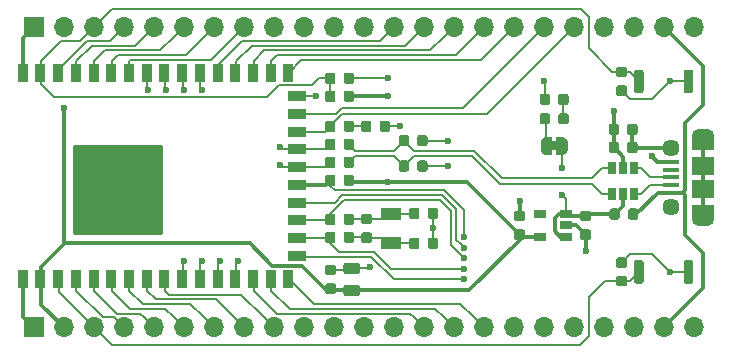
<source format=gbr>
G04 #@! TF.GenerationSoftware,KiCad,Pcbnew,(5.1.5-0-10_14)*
G04 #@! TF.CreationDate,2020-03-19T14:06:28+10:00*
G04 #@! TF.ProjectId,ESP32-S2-Breakout,45535033-322d-4533-922d-427265616b6f,rev?*
G04 #@! TF.SameCoordinates,Original*
G04 #@! TF.FileFunction,Copper,L1,Top*
G04 #@! TF.FilePolarity,Positive*
%FSLAX46Y46*%
G04 Gerber Fmt 4.6, Leading zero omitted, Abs format (unit mm)*
G04 Created by KiCad (PCBNEW (5.1.5-0-10_14)) date 2020-03-19 14:06:28*
%MOMM*%
%LPD*%
G04 APERTURE LIST*
%ADD10C,0.200000*%
%ADD11O,1.700000X1.700000*%
%ADD12R,1.700000X1.700000*%
%ADD13C,0.100000*%
%ADD14R,0.650000X1.060000*%
%ADD15R,0.900000X1.500000*%
%ADD16R,1.500000X0.900000*%
%ADD17R,1.100000X1.100000*%
%ADD18R,1.800000X1.000000*%
%ADD19R,1.060000X0.650000*%
%ADD20R,1.900000X1.200000*%
%ADD21O,1.900000X1.200000*%
%ADD22R,1.900000X1.500000*%
%ADD23C,1.450000*%
%ADD24R,1.350000X0.400000*%
%ADD25C,0.600000*%
%ADD26C,0.203200*%
%ADD27C,0.304800*%
%ADD28C,0.254000*%
G04 APERTURE END LIST*
D10*
G36*
X163199000Y-96693000D02*
G01*
X163699000Y-96693000D01*
X163699000Y-96093000D01*
X163199000Y-96093000D01*
X163199000Y-96693000D01*
G37*
X163199000Y-96693000D02*
X163699000Y-96693000D01*
X163699000Y-96093000D01*
X163199000Y-96093000D01*
X163199000Y-96693000D01*
D11*
X175260000Y-86360000D03*
X172720000Y-86360000D03*
X170180000Y-86360000D03*
X167640000Y-86360000D03*
X165100000Y-86360000D03*
X162560000Y-86360000D03*
X160020000Y-86360000D03*
X157480000Y-86360000D03*
X154940000Y-86360000D03*
X152400000Y-86360000D03*
X149860000Y-86360000D03*
X147320000Y-86360000D03*
X144780000Y-86360000D03*
X142240000Y-86360000D03*
X139700000Y-86360000D03*
X137160000Y-86360000D03*
X134620000Y-86360000D03*
X132080000Y-86360000D03*
X129540000Y-86360000D03*
X127000000Y-86360000D03*
X124460000Y-86360000D03*
X121920000Y-86360000D03*
D12*
X119380000Y-86360000D03*
D11*
X175260000Y-111760000D03*
X172720000Y-111760000D03*
X170180000Y-111760000D03*
X167640000Y-111760000D03*
X165100000Y-111760000D03*
X162560000Y-111760000D03*
X160020000Y-111760000D03*
X157480000Y-111760000D03*
X154940000Y-111760000D03*
X152400000Y-111760000D03*
X149860000Y-111760000D03*
X147320000Y-111760000D03*
X144780000Y-111760000D03*
X142240000Y-111760000D03*
X139700000Y-111760000D03*
X137160000Y-111760000D03*
X134620000Y-111760000D03*
X132080000Y-111760000D03*
X129540000Y-111760000D03*
X127000000Y-111760000D03*
X124460000Y-111760000D03*
X121920000Y-111760000D03*
D12*
X119380000Y-111760000D03*
G04 #@! TA.AperFunction,SMDPad,CuDef*
D13*
G36*
X163599000Y-95643000D02*
G01*
X164099000Y-95643000D01*
X164099000Y-95643602D01*
X164123534Y-95643602D01*
X164172365Y-95648412D01*
X164220490Y-95657984D01*
X164267445Y-95672228D01*
X164312778Y-95691005D01*
X164356051Y-95714136D01*
X164396850Y-95741396D01*
X164434779Y-95772524D01*
X164469476Y-95807221D01*
X164500604Y-95845150D01*
X164527864Y-95885949D01*
X164550995Y-95929222D01*
X164569772Y-95974555D01*
X164584016Y-96021510D01*
X164593588Y-96069635D01*
X164598398Y-96118466D01*
X164598398Y-96143000D01*
X164599000Y-96143000D01*
X164599000Y-96643000D01*
X164598398Y-96643000D01*
X164598398Y-96667534D01*
X164593588Y-96716365D01*
X164584016Y-96764490D01*
X164569772Y-96811445D01*
X164550995Y-96856778D01*
X164527864Y-96900051D01*
X164500604Y-96940850D01*
X164469476Y-96978779D01*
X164434779Y-97013476D01*
X164396850Y-97044604D01*
X164356051Y-97071864D01*
X164312778Y-97094995D01*
X164267445Y-97113772D01*
X164220490Y-97128016D01*
X164172365Y-97137588D01*
X164123534Y-97142398D01*
X164099000Y-97142398D01*
X164099000Y-97143000D01*
X163599000Y-97143000D01*
X163599000Y-95643000D01*
G37*
G04 #@! TD.AperFunction*
G04 #@! TA.AperFunction,SMDPad,CuDef*
G36*
X162799000Y-97142398D02*
G01*
X162774466Y-97142398D01*
X162725635Y-97137588D01*
X162677510Y-97128016D01*
X162630555Y-97113772D01*
X162585222Y-97094995D01*
X162541949Y-97071864D01*
X162501150Y-97044604D01*
X162463221Y-97013476D01*
X162428524Y-96978779D01*
X162397396Y-96940850D01*
X162370136Y-96900051D01*
X162347005Y-96856778D01*
X162328228Y-96811445D01*
X162313984Y-96764490D01*
X162304412Y-96716365D01*
X162299602Y-96667534D01*
X162299602Y-96643000D01*
X162299000Y-96643000D01*
X162299000Y-96143000D01*
X162299602Y-96143000D01*
X162299602Y-96118466D01*
X162304412Y-96069635D01*
X162313984Y-96021510D01*
X162328228Y-95974555D01*
X162347005Y-95929222D01*
X162370136Y-95885949D01*
X162397396Y-95845150D01*
X162428524Y-95807221D01*
X162463221Y-95772524D01*
X162501150Y-95741396D01*
X162541949Y-95714136D01*
X162585222Y-95691005D01*
X162630555Y-95672228D01*
X162677510Y-95657984D01*
X162725635Y-95648412D01*
X162774466Y-95643602D01*
X162799000Y-95643602D01*
X162799000Y-95643000D01*
X163299000Y-95643000D01*
X163299000Y-97143000D01*
X162799000Y-97143000D01*
X162799000Y-97142398D01*
G37*
G04 #@! TD.AperFunction*
G04 #@! TA.AperFunction,SMDPad,CuDef*
G36*
X164476691Y-93633053D02*
G01*
X164497926Y-93636203D01*
X164518750Y-93641419D01*
X164538962Y-93648651D01*
X164558368Y-93657830D01*
X164576781Y-93668866D01*
X164594024Y-93681654D01*
X164609930Y-93696070D01*
X164624346Y-93711976D01*
X164637134Y-93729219D01*
X164648170Y-93747632D01*
X164657349Y-93767038D01*
X164664581Y-93787250D01*
X164669797Y-93808074D01*
X164672947Y-93829309D01*
X164674000Y-93850750D01*
X164674000Y-94363250D01*
X164672947Y-94384691D01*
X164669797Y-94405926D01*
X164664581Y-94426750D01*
X164657349Y-94446962D01*
X164648170Y-94466368D01*
X164637134Y-94484781D01*
X164624346Y-94502024D01*
X164609930Y-94517930D01*
X164594024Y-94532346D01*
X164576781Y-94545134D01*
X164558368Y-94556170D01*
X164538962Y-94565349D01*
X164518750Y-94572581D01*
X164497926Y-94577797D01*
X164476691Y-94580947D01*
X164455250Y-94582000D01*
X164017750Y-94582000D01*
X163996309Y-94580947D01*
X163975074Y-94577797D01*
X163954250Y-94572581D01*
X163934038Y-94565349D01*
X163914632Y-94556170D01*
X163896219Y-94545134D01*
X163878976Y-94532346D01*
X163863070Y-94517930D01*
X163848654Y-94502024D01*
X163835866Y-94484781D01*
X163824830Y-94466368D01*
X163815651Y-94446962D01*
X163808419Y-94426750D01*
X163803203Y-94405926D01*
X163800053Y-94384691D01*
X163799000Y-94363250D01*
X163799000Y-93850750D01*
X163800053Y-93829309D01*
X163803203Y-93808074D01*
X163808419Y-93787250D01*
X163815651Y-93767038D01*
X163824830Y-93747632D01*
X163835866Y-93729219D01*
X163848654Y-93711976D01*
X163863070Y-93696070D01*
X163878976Y-93681654D01*
X163896219Y-93668866D01*
X163914632Y-93657830D01*
X163934038Y-93648651D01*
X163954250Y-93641419D01*
X163975074Y-93636203D01*
X163996309Y-93633053D01*
X164017750Y-93632000D01*
X164455250Y-93632000D01*
X164476691Y-93633053D01*
G37*
G04 #@! TD.AperFunction*
G04 #@! TA.AperFunction,SMDPad,CuDef*
G36*
X162901691Y-93633053D02*
G01*
X162922926Y-93636203D01*
X162943750Y-93641419D01*
X162963962Y-93648651D01*
X162983368Y-93657830D01*
X163001781Y-93668866D01*
X163019024Y-93681654D01*
X163034930Y-93696070D01*
X163049346Y-93711976D01*
X163062134Y-93729219D01*
X163073170Y-93747632D01*
X163082349Y-93767038D01*
X163089581Y-93787250D01*
X163094797Y-93808074D01*
X163097947Y-93829309D01*
X163099000Y-93850750D01*
X163099000Y-94363250D01*
X163097947Y-94384691D01*
X163094797Y-94405926D01*
X163089581Y-94426750D01*
X163082349Y-94446962D01*
X163073170Y-94466368D01*
X163062134Y-94484781D01*
X163049346Y-94502024D01*
X163034930Y-94517930D01*
X163019024Y-94532346D01*
X163001781Y-94545134D01*
X162983368Y-94556170D01*
X162963962Y-94565349D01*
X162943750Y-94572581D01*
X162922926Y-94577797D01*
X162901691Y-94580947D01*
X162880250Y-94582000D01*
X162442750Y-94582000D01*
X162421309Y-94580947D01*
X162400074Y-94577797D01*
X162379250Y-94572581D01*
X162359038Y-94565349D01*
X162339632Y-94556170D01*
X162321219Y-94545134D01*
X162303976Y-94532346D01*
X162288070Y-94517930D01*
X162273654Y-94502024D01*
X162260866Y-94484781D01*
X162249830Y-94466368D01*
X162240651Y-94446962D01*
X162233419Y-94426750D01*
X162228203Y-94405926D01*
X162225053Y-94384691D01*
X162224000Y-94363250D01*
X162224000Y-93850750D01*
X162225053Y-93829309D01*
X162228203Y-93808074D01*
X162233419Y-93787250D01*
X162240651Y-93767038D01*
X162249830Y-93747632D01*
X162260866Y-93729219D01*
X162273654Y-93711976D01*
X162288070Y-93696070D01*
X162303976Y-93681654D01*
X162321219Y-93668866D01*
X162339632Y-93657830D01*
X162359038Y-93648651D01*
X162379250Y-93641419D01*
X162400074Y-93636203D01*
X162421309Y-93633053D01*
X162442750Y-93632000D01*
X162880250Y-93632000D01*
X162901691Y-93633053D01*
G37*
G04 #@! TD.AperFunction*
G04 #@! TA.AperFunction,SMDPad,CuDef*
G36*
X162901691Y-91982053D02*
G01*
X162922926Y-91985203D01*
X162943750Y-91990419D01*
X162963962Y-91997651D01*
X162983368Y-92006830D01*
X163001781Y-92017866D01*
X163019024Y-92030654D01*
X163034930Y-92045070D01*
X163049346Y-92060976D01*
X163062134Y-92078219D01*
X163073170Y-92096632D01*
X163082349Y-92116038D01*
X163089581Y-92136250D01*
X163094797Y-92157074D01*
X163097947Y-92178309D01*
X163099000Y-92199750D01*
X163099000Y-92712250D01*
X163097947Y-92733691D01*
X163094797Y-92754926D01*
X163089581Y-92775750D01*
X163082349Y-92795962D01*
X163073170Y-92815368D01*
X163062134Y-92833781D01*
X163049346Y-92851024D01*
X163034930Y-92866930D01*
X163019024Y-92881346D01*
X163001781Y-92894134D01*
X162983368Y-92905170D01*
X162963962Y-92914349D01*
X162943750Y-92921581D01*
X162922926Y-92926797D01*
X162901691Y-92929947D01*
X162880250Y-92931000D01*
X162442750Y-92931000D01*
X162421309Y-92929947D01*
X162400074Y-92926797D01*
X162379250Y-92921581D01*
X162359038Y-92914349D01*
X162339632Y-92905170D01*
X162321219Y-92894134D01*
X162303976Y-92881346D01*
X162288070Y-92866930D01*
X162273654Y-92851024D01*
X162260866Y-92833781D01*
X162249830Y-92815368D01*
X162240651Y-92795962D01*
X162233419Y-92775750D01*
X162228203Y-92754926D01*
X162225053Y-92733691D01*
X162224000Y-92712250D01*
X162224000Y-92199750D01*
X162225053Y-92178309D01*
X162228203Y-92157074D01*
X162233419Y-92136250D01*
X162240651Y-92116038D01*
X162249830Y-92096632D01*
X162260866Y-92078219D01*
X162273654Y-92060976D01*
X162288070Y-92045070D01*
X162303976Y-92030654D01*
X162321219Y-92017866D01*
X162339632Y-92006830D01*
X162359038Y-91997651D01*
X162379250Y-91990419D01*
X162400074Y-91985203D01*
X162421309Y-91982053D01*
X162442750Y-91981000D01*
X162880250Y-91981000D01*
X162901691Y-91982053D01*
G37*
G04 #@! TD.AperFunction*
G04 #@! TA.AperFunction,SMDPad,CuDef*
G36*
X164476691Y-91982053D02*
G01*
X164497926Y-91985203D01*
X164518750Y-91990419D01*
X164538962Y-91997651D01*
X164558368Y-92006830D01*
X164576781Y-92017866D01*
X164594024Y-92030654D01*
X164609930Y-92045070D01*
X164624346Y-92060976D01*
X164637134Y-92078219D01*
X164648170Y-92096632D01*
X164657349Y-92116038D01*
X164664581Y-92136250D01*
X164669797Y-92157074D01*
X164672947Y-92178309D01*
X164674000Y-92199750D01*
X164674000Y-92712250D01*
X164672947Y-92733691D01*
X164669797Y-92754926D01*
X164664581Y-92775750D01*
X164657349Y-92795962D01*
X164648170Y-92815368D01*
X164637134Y-92833781D01*
X164624346Y-92851024D01*
X164609930Y-92866930D01*
X164594024Y-92881346D01*
X164576781Y-92894134D01*
X164558368Y-92905170D01*
X164538962Y-92914349D01*
X164518750Y-92921581D01*
X164497926Y-92926797D01*
X164476691Y-92929947D01*
X164455250Y-92931000D01*
X164017750Y-92931000D01*
X163996309Y-92929947D01*
X163975074Y-92926797D01*
X163954250Y-92921581D01*
X163934038Y-92914349D01*
X163914632Y-92905170D01*
X163896219Y-92894134D01*
X163878976Y-92881346D01*
X163863070Y-92866930D01*
X163848654Y-92851024D01*
X163835866Y-92833781D01*
X163824830Y-92815368D01*
X163815651Y-92795962D01*
X163808419Y-92775750D01*
X163803203Y-92754926D01*
X163800053Y-92733691D01*
X163799000Y-92712250D01*
X163799000Y-92199750D01*
X163800053Y-92178309D01*
X163803203Y-92157074D01*
X163808419Y-92136250D01*
X163815651Y-92116038D01*
X163824830Y-92096632D01*
X163835866Y-92078219D01*
X163848654Y-92060976D01*
X163863070Y-92045070D01*
X163878976Y-92030654D01*
X163896219Y-92017866D01*
X163914632Y-92006830D01*
X163934038Y-91997651D01*
X163954250Y-91990419D01*
X163975074Y-91985203D01*
X163996309Y-91982053D01*
X164017750Y-91981000D01*
X164455250Y-91981000D01*
X164476691Y-91982053D01*
G37*
G04 #@! TD.AperFunction*
G04 #@! TA.AperFunction,SMDPad,CuDef*
G36*
X152538691Y-97633553D02*
G01*
X152559926Y-97636703D01*
X152580750Y-97641919D01*
X152600962Y-97649151D01*
X152620368Y-97658330D01*
X152638781Y-97669366D01*
X152656024Y-97682154D01*
X152671930Y-97696570D01*
X152686346Y-97712476D01*
X152699134Y-97729719D01*
X152710170Y-97748132D01*
X152719349Y-97767538D01*
X152726581Y-97787750D01*
X152731797Y-97808574D01*
X152734947Y-97829809D01*
X152736000Y-97851250D01*
X152736000Y-98363750D01*
X152734947Y-98385191D01*
X152731797Y-98406426D01*
X152726581Y-98427250D01*
X152719349Y-98447462D01*
X152710170Y-98466868D01*
X152699134Y-98485281D01*
X152686346Y-98502524D01*
X152671930Y-98518430D01*
X152656024Y-98532846D01*
X152638781Y-98545634D01*
X152620368Y-98556670D01*
X152600962Y-98565849D01*
X152580750Y-98573081D01*
X152559926Y-98578297D01*
X152538691Y-98581447D01*
X152517250Y-98582500D01*
X152079750Y-98582500D01*
X152058309Y-98581447D01*
X152037074Y-98578297D01*
X152016250Y-98573081D01*
X151996038Y-98565849D01*
X151976632Y-98556670D01*
X151958219Y-98545634D01*
X151940976Y-98532846D01*
X151925070Y-98518430D01*
X151910654Y-98502524D01*
X151897866Y-98485281D01*
X151886830Y-98466868D01*
X151877651Y-98447462D01*
X151870419Y-98427250D01*
X151865203Y-98406426D01*
X151862053Y-98385191D01*
X151861000Y-98363750D01*
X151861000Y-97851250D01*
X151862053Y-97829809D01*
X151865203Y-97808574D01*
X151870419Y-97787750D01*
X151877651Y-97767538D01*
X151886830Y-97748132D01*
X151897866Y-97729719D01*
X151910654Y-97712476D01*
X151925070Y-97696570D01*
X151940976Y-97682154D01*
X151958219Y-97669366D01*
X151976632Y-97658330D01*
X151996038Y-97649151D01*
X152016250Y-97641919D01*
X152037074Y-97636703D01*
X152058309Y-97633553D01*
X152079750Y-97632500D01*
X152517250Y-97632500D01*
X152538691Y-97633553D01*
G37*
G04 #@! TD.AperFunction*
G04 #@! TA.AperFunction,SMDPad,CuDef*
G36*
X150963691Y-97633553D02*
G01*
X150984926Y-97636703D01*
X151005750Y-97641919D01*
X151025962Y-97649151D01*
X151045368Y-97658330D01*
X151063781Y-97669366D01*
X151081024Y-97682154D01*
X151096930Y-97696570D01*
X151111346Y-97712476D01*
X151124134Y-97729719D01*
X151135170Y-97748132D01*
X151144349Y-97767538D01*
X151151581Y-97787750D01*
X151156797Y-97808574D01*
X151159947Y-97829809D01*
X151161000Y-97851250D01*
X151161000Y-98363750D01*
X151159947Y-98385191D01*
X151156797Y-98406426D01*
X151151581Y-98427250D01*
X151144349Y-98447462D01*
X151135170Y-98466868D01*
X151124134Y-98485281D01*
X151111346Y-98502524D01*
X151096930Y-98518430D01*
X151081024Y-98532846D01*
X151063781Y-98545634D01*
X151045368Y-98556670D01*
X151025962Y-98565849D01*
X151005750Y-98573081D01*
X150984926Y-98578297D01*
X150963691Y-98581447D01*
X150942250Y-98582500D01*
X150504750Y-98582500D01*
X150483309Y-98581447D01*
X150462074Y-98578297D01*
X150441250Y-98573081D01*
X150421038Y-98565849D01*
X150401632Y-98556670D01*
X150383219Y-98545634D01*
X150365976Y-98532846D01*
X150350070Y-98518430D01*
X150335654Y-98502524D01*
X150322866Y-98485281D01*
X150311830Y-98466868D01*
X150302651Y-98447462D01*
X150295419Y-98427250D01*
X150290203Y-98406426D01*
X150287053Y-98385191D01*
X150286000Y-98363750D01*
X150286000Y-97851250D01*
X150287053Y-97829809D01*
X150290203Y-97808574D01*
X150295419Y-97787750D01*
X150302651Y-97767538D01*
X150311830Y-97748132D01*
X150322866Y-97729719D01*
X150335654Y-97712476D01*
X150350070Y-97696570D01*
X150365976Y-97682154D01*
X150383219Y-97669366D01*
X150401632Y-97658330D01*
X150421038Y-97649151D01*
X150441250Y-97641919D01*
X150462074Y-97636703D01*
X150483309Y-97633553D01*
X150504750Y-97632500D01*
X150942250Y-97632500D01*
X150963691Y-97633553D01*
G37*
G04 #@! TD.AperFunction*
G04 #@! TA.AperFunction,SMDPad,CuDef*
G36*
X150963691Y-95474553D02*
G01*
X150984926Y-95477703D01*
X151005750Y-95482919D01*
X151025962Y-95490151D01*
X151045368Y-95499330D01*
X151063781Y-95510366D01*
X151081024Y-95523154D01*
X151096930Y-95537570D01*
X151111346Y-95553476D01*
X151124134Y-95570719D01*
X151135170Y-95589132D01*
X151144349Y-95608538D01*
X151151581Y-95628750D01*
X151156797Y-95649574D01*
X151159947Y-95670809D01*
X151161000Y-95692250D01*
X151161000Y-96204750D01*
X151159947Y-96226191D01*
X151156797Y-96247426D01*
X151151581Y-96268250D01*
X151144349Y-96288462D01*
X151135170Y-96307868D01*
X151124134Y-96326281D01*
X151111346Y-96343524D01*
X151096930Y-96359430D01*
X151081024Y-96373846D01*
X151063781Y-96386634D01*
X151045368Y-96397670D01*
X151025962Y-96406849D01*
X151005750Y-96414081D01*
X150984926Y-96419297D01*
X150963691Y-96422447D01*
X150942250Y-96423500D01*
X150504750Y-96423500D01*
X150483309Y-96422447D01*
X150462074Y-96419297D01*
X150441250Y-96414081D01*
X150421038Y-96406849D01*
X150401632Y-96397670D01*
X150383219Y-96386634D01*
X150365976Y-96373846D01*
X150350070Y-96359430D01*
X150335654Y-96343524D01*
X150322866Y-96326281D01*
X150311830Y-96307868D01*
X150302651Y-96288462D01*
X150295419Y-96268250D01*
X150290203Y-96247426D01*
X150287053Y-96226191D01*
X150286000Y-96204750D01*
X150286000Y-95692250D01*
X150287053Y-95670809D01*
X150290203Y-95649574D01*
X150295419Y-95628750D01*
X150302651Y-95608538D01*
X150311830Y-95589132D01*
X150322866Y-95570719D01*
X150335654Y-95553476D01*
X150350070Y-95537570D01*
X150365976Y-95523154D01*
X150383219Y-95510366D01*
X150401632Y-95499330D01*
X150421038Y-95490151D01*
X150441250Y-95482919D01*
X150462074Y-95477703D01*
X150483309Y-95474553D01*
X150504750Y-95473500D01*
X150942250Y-95473500D01*
X150963691Y-95474553D01*
G37*
G04 #@! TD.AperFunction*
G04 #@! TA.AperFunction,SMDPad,CuDef*
G36*
X152538691Y-95474553D02*
G01*
X152559926Y-95477703D01*
X152580750Y-95482919D01*
X152600962Y-95490151D01*
X152620368Y-95499330D01*
X152638781Y-95510366D01*
X152656024Y-95523154D01*
X152671930Y-95537570D01*
X152686346Y-95553476D01*
X152699134Y-95570719D01*
X152710170Y-95589132D01*
X152719349Y-95608538D01*
X152726581Y-95628750D01*
X152731797Y-95649574D01*
X152734947Y-95670809D01*
X152736000Y-95692250D01*
X152736000Y-96204750D01*
X152734947Y-96226191D01*
X152731797Y-96247426D01*
X152726581Y-96268250D01*
X152719349Y-96288462D01*
X152710170Y-96307868D01*
X152699134Y-96326281D01*
X152686346Y-96343524D01*
X152671930Y-96359430D01*
X152656024Y-96373846D01*
X152638781Y-96386634D01*
X152620368Y-96397670D01*
X152600962Y-96406849D01*
X152580750Y-96414081D01*
X152559926Y-96419297D01*
X152538691Y-96422447D01*
X152517250Y-96423500D01*
X152079750Y-96423500D01*
X152058309Y-96422447D01*
X152037074Y-96419297D01*
X152016250Y-96414081D01*
X151996038Y-96406849D01*
X151976632Y-96397670D01*
X151958219Y-96386634D01*
X151940976Y-96373846D01*
X151925070Y-96359430D01*
X151910654Y-96343524D01*
X151897866Y-96326281D01*
X151886830Y-96307868D01*
X151877651Y-96288462D01*
X151870419Y-96268250D01*
X151865203Y-96247426D01*
X151862053Y-96226191D01*
X151861000Y-96204750D01*
X151861000Y-95692250D01*
X151862053Y-95670809D01*
X151865203Y-95649574D01*
X151870419Y-95628750D01*
X151877651Y-95608538D01*
X151886830Y-95589132D01*
X151897866Y-95570719D01*
X151910654Y-95553476D01*
X151925070Y-95537570D01*
X151940976Y-95523154D01*
X151958219Y-95510366D01*
X151976632Y-95499330D01*
X151996038Y-95490151D01*
X152016250Y-95482919D01*
X152037074Y-95477703D01*
X152058309Y-95474553D01*
X152079750Y-95473500D01*
X152517250Y-95473500D01*
X152538691Y-95474553D01*
G37*
G04 #@! TD.AperFunction*
D14*
X169291000Y-100477500D03*
X170241000Y-100477500D03*
X168341000Y-100477500D03*
X168341000Y-98277500D03*
X169291000Y-98277500D03*
X170241000Y-98277500D03*
G04 #@! TA.AperFunction,SMDPad,CuDef*
D13*
G36*
X170318691Y-96046053D02*
G01*
X170339926Y-96049203D01*
X170360750Y-96054419D01*
X170380962Y-96061651D01*
X170400368Y-96070830D01*
X170418781Y-96081866D01*
X170436024Y-96094654D01*
X170451930Y-96109070D01*
X170466346Y-96124976D01*
X170479134Y-96142219D01*
X170490170Y-96160632D01*
X170499349Y-96180038D01*
X170506581Y-96200250D01*
X170511797Y-96221074D01*
X170514947Y-96242309D01*
X170516000Y-96263750D01*
X170516000Y-96776250D01*
X170514947Y-96797691D01*
X170511797Y-96818926D01*
X170506581Y-96839750D01*
X170499349Y-96859962D01*
X170490170Y-96879368D01*
X170479134Y-96897781D01*
X170466346Y-96915024D01*
X170451930Y-96930930D01*
X170436024Y-96945346D01*
X170418781Y-96958134D01*
X170400368Y-96969170D01*
X170380962Y-96978349D01*
X170360750Y-96985581D01*
X170339926Y-96990797D01*
X170318691Y-96993947D01*
X170297250Y-96995000D01*
X169859750Y-96995000D01*
X169838309Y-96993947D01*
X169817074Y-96990797D01*
X169796250Y-96985581D01*
X169776038Y-96978349D01*
X169756632Y-96969170D01*
X169738219Y-96958134D01*
X169720976Y-96945346D01*
X169705070Y-96930930D01*
X169690654Y-96915024D01*
X169677866Y-96897781D01*
X169666830Y-96879368D01*
X169657651Y-96859962D01*
X169650419Y-96839750D01*
X169645203Y-96818926D01*
X169642053Y-96797691D01*
X169641000Y-96776250D01*
X169641000Y-96263750D01*
X169642053Y-96242309D01*
X169645203Y-96221074D01*
X169650419Y-96200250D01*
X169657651Y-96180038D01*
X169666830Y-96160632D01*
X169677866Y-96142219D01*
X169690654Y-96124976D01*
X169705070Y-96109070D01*
X169720976Y-96094654D01*
X169738219Y-96081866D01*
X169756632Y-96070830D01*
X169776038Y-96061651D01*
X169796250Y-96054419D01*
X169817074Y-96049203D01*
X169838309Y-96046053D01*
X169859750Y-96045000D01*
X170297250Y-96045000D01*
X170318691Y-96046053D01*
G37*
G04 #@! TD.AperFunction*
G04 #@! TA.AperFunction,SMDPad,CuDef*
G36*
X168743691Y-96046053D02*
G01*
X168764926Y-96049203D01*
X168785750Y-96054419D01*
X168805962Y-96061651D01*
X168825368Y-96070830D01*
X168843781Y-96081866D01*
X168861024Y-96094654D01*
X168876930Y-96109070D01*
X168891346Y-96124976D01*
X168904134Y-96142219D01*
X168915170Y-96160632D01*
X168924349Y-96180038D01*
X168931581Y-96200250D01*
X168936797Y-96221074D01*
X168939947Y-96242309D01*
X168941000Y-96263750D01*
X168941000Y-96776250D01*
X168939947Y-96797691D01*
X168936797Y-96818926D01*
X168931581Y-96839750D01*
X168924349Y-96859962D01*
X168915170Y-96879368D01*
X168904134Y-96897781D01*
X168891346Y-96915024D01*
X168876930Y-96930930D01*
X168861024Y-96945346D01*
X168843781Y-96958134D01*
X168825368Y-96969170D01*
X168805962Y-96978349D01*
X168785750Y-96985581D01*
X168764926Y-96990797D01*
X168743691Y-96993947D01*
X168722250Y-96995000D01*
X168284750Y-96995000D01*
X168263309Y-96993947D01*
X168242074Y-96990797D01*
X168221250Y-96985581D01*
X168201038Y-96978349D01*
X168181632Y-96969170D01*
X168163219Y-96958134D01*
X168145976Y-96945346D01*
X168130070Y-96930930D01*
X168115654Y-96915024D01*
X168102866Y-96897781D01*
X168091830Y-96879368D01*
X168082651Y-96859962D01*
X168075419Y-96839750D01*
X168070203Y-96818926D01*
X168067053Y-96797691D01*
X168066000Y-96776250D01*
X168066000Y-96263750D01*
X168067053Y-96242309D01*
X168070203Y-96221074D01*
X168075419Y-96200250D01*
X168082651Y-96180038D01*
X168091830Y-96160632D01*
X168102866Y-96142219D01*
X168115654Y-96124976D01*
X168130070Y-96109070D01*
X168145976Y-96094654D01*
X168163219Y-96081866D01*
X168181632Y-96070830D01*
X168201038Y-96061651D01*
X168221250Y-96054419D01*
X168242074Y-96049203D01*
X168263309Y-96046053D01*
X168284750Y-96045000D01*
X168722250Y-96045000D01*
X168743691Y-96046053D01*
G37*
G04 #@! TD.AperFunction*
G04 #@! TA.AperFunction,SMDPad,CuDef*
G36*
X168743691Y-94522053D02*
G01*
X168764926Y-94525203D01*
X168785750Y-94530419D01*
X168805962Y-94537651D01*
X168825368Y-94546830D01*
X168843781Y-94557866D01*
X168861024Y-94570654D01*
X168876930Y-94585070D01*
X168891346Y-94600976D01*
X168904134Y-94618219D01*
X168915170Y-94636632D01*
X168924349Y-94656038D01*
X168931581Y-94676250D01*
X168936797Y-94697074D01*
X168939947Y-94718309D01*
X168941000Y-94739750D01*
X168941000Y-95252250D01*
X168939947Y-95273691D01*
X168936797Y-95294926D01*
X168931581Y-95315750D01*
X168924349Y-95335962D01*
X168915170Y-95355368D01*
X168904134Y-95373781D01*
X168891346Y-95391024D01*
X168876930Y-95406930D01*
X168861024Y-95421346D01*
X168843781Y-95434134D01*
X168825368Y-95445170D01*
X168805962Y-95454349D01*
X168785750Y-95461581D01*
X168764926Y-95466797D01*
X168743691Y-95469947D01*
X168722250Y-95471000D01*
X168284750Y-95471000D01*
X168263309Y-95469947D01*
X168242074Y-95466797D01*
X168221250Y-95461581D01*
X168201038Y-95454349D01*
X168181632Y-95445170D01*
X168163219Y-95434134D01*
X168145976Y-95421346D01*
X168130070Y-95406930D01*
X168115654Y-95391024D01*
X168102866Y-95373781D01*
X168091830Y-95355368D01*
X168082651Y-95335962D01*
X168075419Y-95315750D01*
X168070203Y-95294926D01*
X168067053Y-95273691D01*
X168066000Y-95252250D01*
X168066000Y-94739750D01*
X168067053Y-94718309D01*
X168070203Y-94697074D01*
X168075419Y-94676250D01*
X168082651Y-94656038D01*
X168091830Y-94636632D01*
X168102866Y-94618219D01*
X168115654Y-94600976D01*
X168130070Y-94585070D01*
X168145976Y-94570654D01*
X168163219Y-94557866D01*
X168181632Y-94546830D01*
X168201038Y-94537651D01*
X168221250Y-94530419D01*
X168242074Y-94525203D01*
X168263309Y-94522053D01*
X168284750Y-94521000D01*
X168722250Y-94521000D01*
X168743691Y-94522053D01*
G37*
G04 #@! TD.AperFunction*
G04 #@! TA.AperFunction,SMDPad,CuDef*
G36*
X170318691Y-94522053D02*
G01*
X170339926Y-94525203D01*
X170360750Y-94530419D01*
X170380962Y-94537651D01*
X170400368Y-94546830D01*
X170418781Y-94557866D01*
X170436024Y-94570654D01*
X170451930Y-94585070D01*
X170466346Y-94600976D01*
X170479134Y-94618219D01*
X170490170Y-94636632D01*
X170499349Y-94656038D01*
X170506581Y-94676250D01*
X170511797Y-94697074D01*
X170514947Y-94718309D01*
X170516000Y-94739750D01*
X170516000Y-95252250D01*
X170514947Y-95273691D01*
X170511797Y-95294926D01*
X170506581Y-95315750D01*
X170499349Y-95335962D01*
X170490170Y-95355368D01*
X170479134Y-95373781D01*
X170466346Y-95391024D01*
X170451930Y-95406930D01*
X170436024Y-95421346D01*
X170418781Y-95434134D01*
X170400368Y-95445170D01*
X170380962Y-95454349D01*
X170360750Y-95461581D01*
X170339926Y-95466797D01*
X170318691Y-95469947D01*
X170297250Y-95471000D01*
X169859750Y-95471000D01*
X169838309Y-95469947D01*
X169817074Y-95466797D01*
X169796250Y-95461581D01*
X169776038Y-95454349D01*
X169756632Y-95445170D01*
X169738219Y-95434134D01*
X169720976Y-95421346D01*
X169705070Y-95406930D01*
X169690654Y-95391024D01*
X169677866Y-95373781D01*
X169666830Y-95355368D01*
X169657651Y-95335962D01*
X169650419Y-95315750D01*
X169645203Y-95294926D01*
X169642053Y-95273691D01*
X169641000Y-95252250D01*
X169641000Y-94739750D01*
X169642053Y-94718309D01*
X169645203Y-94697074D01*
X169650419Y-94676250D01*
X169657651Y-94656038D01*
X169666830Y-94636632D01*
X169677866Y-94618219D01*
X169690654Y-94600976D01*
X169705070Y-94585070D01*
X169720976Y-94570654D01*
X169738219Y-94557866D01*
X169756632Y-94546830D01*
X169776038Y-94537651D01*
X169796250Y-94530419D01*
X169817074Y-94525203D01*
X169838309Y-94522053D01*
X169859750Y-94521000D01*
X170297250Y-94521000D01*
X170318691Y-94522053D01*
G37*
G04 #@! TD.AperFunction*
D15*
X118460000Y-107700000D03*
X119960000Y-107700000D03*
X122960000Y-107700000D03*
X121460000Y-107700000D03*
X125960000Y-107700000D03*
X124460000Y-107700000D03*
X128960000Y-107700000D03*
X127460000Y-107700000D03*
X131960000Y-107700000D03*
X130460000Y-107700000D03*
X134960000Y-107700000D03*
X133460000Y-107700000D03*
X137960000Y-107700000D03*
X136460000Y-107700000D03*
X140960000Y-107700000D03*
X139460000Y-107700000D03*
D16*
X141710000Y-105700000D03*
X141710000Y-104200000D03*
X141710000Y-101200000D03*
X141710000Y-102700000D03*
X141710000Y-98200000D03*
X141710000Y-99700000D03*
X141710000Y-95200000D03*
X141710000Y-96700000D03*
X141710000Y-92200000D03*
X141710000Y-93700000D03*
D15*
X121460000Y-90200000D03*
X122960000Y-90200000D03*
X128960000Y-90200000D03*
X131960000Y-90200000D03*
X127460000Y-90200000D03*
X124460000Y-90200000D03*
X137960000Y-90200000D03*
X125960000Y-90200000D03*
X133460000Y-90200000D03*
X139460000Y-90200000D03*
X130460000Y-90200000D03*
X136460000Y-90200000D03*
X119960000Y-90200000D03*
X140960000Y-90200000D03*
X118460000Y-90200000D03*
X134960000Y-90200000D03*
D17*
X126510000Y-100140000D03*
X125010000Y-100140000D03*
X128010000Y-100140000D03*
X128010000Y-98640000D03*
X126510000Y-98640000D03*
X125010000Y-98640000D03*
X128010000Y-101640000D03*
X126510000Y-101640000D03*
X125010000Y-101640000D03*
G04 #@! TA.AperFunction,SMDPad,CuDef*
D13*
G36*
X144740691Y-94268053D02*
G01*
X144761926Y-94271203D01*
X144782750Y-94276419D01*
X144802962Y-94283651D01*
X144822368Y-94292830D01*
X144840781Y-94303866D01*
X144858024Y-94316654D01*
X144873930Y-94331070D01*
X144888346Y-94346976D01*
X144901134Y-94364219D01*
X144912170Y-94382632D01*
X144921349Y-94402038D01*
X144928581Y-94422250D01*
X144933797Y-94443074D01*
X144936947Y-94464309D01*
X144938000Y-94485750D01*
X144938000Y-94998250D01*
X144936947Y-95019691D01*
X144933797Y-95040926D01*
X144928581Y-95061750D01*
X144921349Y-95081962D01*
X144912170Y-95101368D01*
X144901134Y-95119781D01*
X144888346Y-95137024D01*
X144873930Y-95152930D01*
X144858024Y-95167346D01*
X144840781Y-95180134D01*
X144822368Y-95191170D01*
X144802962Y-95200349D01*
X144782750Y-95207581D01*
X144761926Y-95212797D01*
X144740691Y-95215947D01*
X144719250Y-95217000D01*
X144281750Y-95217000D01*
X144260309Y-95215947D01*
X144239074Y-95212797D01*
X144218250Y-95207581D01*
X144198038Y-95200349D01*
X144178632Y-95191170D01*
X144160219Y-95180134D01*
X144142976Y-95167346D01*
X144127070Y-95152930D01*
X144112654Y-95137024D01*
X144099866Y-95119781D01*
X144088830Y-95101368D01*
X144079651Y-95081962D01*
X144072419Y-95061750D01*
X144067203Y-95040926D01*
X144064053Y-95019691D01*
X144063000Y-94998250D01*
X144063000Y-94485750D01*
X144064053Y-94464309D01*
X144067203Y-94443074D01*
X144072419Y-94422250D01*
X144079651Y-94402038D01*
X144088830Y-94382632D01*
X144099866Y-94364219D01*
X144112654Y-94346976D01*
X144127070Y-94331070D01*
X144142976Y-94316654D01*
X144160219Y-94303866D01*
X144178632Y-94292830D01*
X144198038Y-94283651D01*
X144218250Y-94276419D01*
X144239074Y-94271203D01*
X144260309Y-94268053D01*
X144281750Y-94267000D01*
X144719250Y-94267000D01*
X144740691Y-94268053D01*
G37*
G04 #@! TD.AperFunction*
G04 #@! TA.AperFunction,SMDPad,CuDef*
G36*
X146315691Y-94268053D02*
G01*
X146336926Y-94271203D01*
X146357750Y-94276419D01*
X146377962Y-94283651D01*
X146397368Y-94292830D01*
X146415781Y-94303866D01*
X146433024Y-94316654D01*
X146448930Y-94331070D01*
X146463346Y-94346976D01*
X146476134Y-94364219D01*
X146487170Y-94382632D01*
X146496349Y-94402038D01*
X146503581Y-94422250D01*
X146508797Y-94443074D01*
X146511947Y-94464309D01*
X146513000Y-94485750D01*
X146513000Y-94998250D01*
X146511947Y-95019691D01*
X146508797Y-95040926D01*
X146503581Y-95061750D01*
X146496349Y-95081962D01*
X146487170Y-95101368D01*
X146476134Y-95119781D01*
X146463346Y-95137024D01*
X146448930Y-95152930D01*
X146433024Y-95167346D01*
X146415781Y-95180134D01*
X146397368Y-95191170D01*
X146377962Y-95200349D01*
X146357750Y-95207581D01*
X146336926Y-95212797D01*
X146315691Y-95215947D01*
X146294250Y-95217000D01*
X145856750Y-95217000D01*
X145835309Y-95215947D01*
X145814074Y-95212797D01*
X145793250Y-95207581D01*
X145773038Y-95200349D01*
X145753632Y-95191170D01*
X145735219Y-95180134D01*
X145717976Y-95167346D01*
X145702070Y-95152930D01*
X145687654Y-95137024D01*
X145674866Y-95119781D01*
X145663830Y-95101368D01*
X145654651Y-95081962D01*
X145647419Y-95061750D01*
X145642203Y-95040926D01*
X145639053Y-95019691D01*
X145638000Y-94998250D01*
X145638000Y-94485750D01*
X145639053Y-94464309D01*
X145642203Y-94443074D01*
X145647419Y-94422250D01*
X145654651Y-94402038D01*
X145663830Y-94382632D01*
X145674866Y-94364219D01*
X145687654Y-94346976D01*
X145702070Y-94331070D01*
X145717976Y-94316654D01*
X145735219Y-94303866D01*
X145753632Y-94292830D01*
X145773038Y-94283651D01*
X145793250Y-94276419D01*
X145814074Y-94271203D01*
X145835309Y-94268053D01*
X145856750Y-94267000D01*
X146294250Y-94267000D01*
X146315691Y-94268053D01*
G37*
G04 #@! TD.AperFunction*
G04 #@! TA.AperFunction,SMDPad,CuDef*
G36*
X147788691Y-94268053D02*
G01*
X147809926Y-94271203D01*
X147830750Y-94276419D01*
X147850962Y-94283651D01*
X147870368Y-94292830D01*
X147888781Y-94303866D01*
X147906024Y-94316654D01*
X147921930Y-94331070D01*
X147936346Y-94346976D01*
X147949134Y-94364219D01*
X147960170Y-94382632D01*
X147969349Y-94402038D01*
X147976581Y-94422250D01*
X147981797Y-94443074D01*
X147984947Y-94464309D01*
X147986000Y-94485750D01*
X147986000Y-94998250D01*
X147984947Y-95019691D01*
X147981797Y-95040926D01*
X147976581Y-95061750D01*
X147969349Y-95081962D01*
X147960170Y-95101368D01*
X147949134Y-95119781D01*
X147936346Y-95137024D01*
X147921930Y-95152930D01*
X147906024Y-95167346D01*
X147888781Y-95180134D01*
X147870368Y-95191170D01*
X147850962Y-95200349D01*
X147830750Y-95207581D01*
X147809926Y-95212797D01*
X147788691Y-95215947D01*
X147767250Y-95217000D01*
X147329750Y-95217000D01*
X147308309Y-95215947D01*
X147287074Y-95212797D01*
X147266250Y-95207581D01*
X147246038Y-95200349D01*
X147226632Y-95191170D01*
X147208219Y-95180134D01*
X147190976Y-95167346D01*
X147175070Y-95152930D01*
X147160654Y-95137024D01*
X147147866Y-95119781D01*
X147136830Y-95101368D01*
X147127651Y-95081962D01*
X147120419Y-95061750D01*
X147115203Y-95040926D01*
X147112053Y-95019691D01*
X147111000Y-94998250D01*
X147111000Y-94485750D01*
X147112053Y-94464309D01*
X147115203Y-94443074D01*
X147120419Y-94422250D01*
X147127651Y-94402038D01*
X147136830Y-94382632D01*
X147147866Y-94364219D01*
X147160654Y-94346976D01*
X147175070Y-94331070D01*
X147190976Y-94316654D01*
X147208219Y-94303866D01*
X147226632Y-94292830D01*
X147246038Y-94283651D01*
X147266250Y-94276419D01*
X147287074Y-94271203D01*
X147308309Y-94268053D01*
X147329750Y-94267000D01*
X147767250Y-94267000D01*
X147788691Y-94268053D01*
G37*
G04 #@! TD.AperFunction*
G04 #@! TA.AperFunction,SMDPad,CuDef*
G36*
X149363691Y-94268053D02*
G01*
X149384926Y-94271203D01*
X149405750Y-94276419D01*
X149425962Y-94283651D01*
X149445368Y-94292830D01*
X149463781Y-94303866D01*
X149481024Y-94316654D01*
X149496930Y-94331070D01*
X149511346Y-94346976D01*
X149524134Y-94364219D01*
X149535170Y-94382632D01*
X149544349Y-94402038D01*
X149551581Y-94422250D01*
X149556797Y-94443074D01*
X149559947Y-94464309D01*
X149561000Y-94485750D01*
X149561000Y-94998250D01*
X149559947Y-95019691D01*
X149556797Y-95040926D01*
X149551581Y-95061750D01*
X149544349Y-95081962D01*
X149535170Y-95101368D01*
X149524134Y-95119781D01*
X149511346Y-95137024D01*
X149496930Y-95152930D01*
X149481024Y-95167346D01*
X149463781Y-95180134D01*
X149445368Y-95191170D01*
X149425962Y-95200349D01*
X149405750Y-95207581D01*
X149384926Y-95212797D01*
X149363691Y-95215947D01*
X149342250Y-95217000D01*
X148904750Y-95217000D01*
X148883309Y-95215947D01*
X148862074Y-95212797D01*
X148841250Y-95207581D01*
X148821038Y-95200349D01*
X148801632Y-95191170D01*
X148783219Y-95180134D01*
X148765976Y-95167346D01*
X148750070Y-95152930D01*
X148735654Y-95137024D01*
X148722866Y-95119781D01*
X148711830Y-95101368D01*
X148702651Y-95081962D01*
X148695419Y-95061750D01*
X148690203Y-95040926D01*
X148687053Y-95019691D01*
X148686000Y-94998250D01*
X148686000Y-94485750D01*
X148687053Y-94464309D01*
X148690203Y-94443074D01*
X148695419Y-94422250D01*
X148702651Y-94402038D01*
X148711830Y-94382632D01*
X148722866Y-94364219D01*
X148735654Y-94346976D01*
X148750070Y-94331070D01*
X148765976Y-94316654D01*
X148783219Y-94303866D01*
X148801632Y-94292830D01*
X148821038Y-94283651D01*
X148841250Y-94276419D01*
X148862074Y-94271203D01*
X148883309Y-94268053D01*
X148904750Y-94267000D01*
X149342250Y-94267000D01*
X149363691Y-94268053D01*
G37*
G04 #@! TD.AperFunction*
G04 #@! TA.AperFunction,SMDPad,CuDef*
G36*
X175039603Y-106061963D02*
G01*
X175059018Y-106064843D01*
X175078057Y-106069612D01*
X175096537Y-106076224D01*
X175114279Y-106084616D01*
X175131114Y-106094706D01*
X175146879Y-106106398D01*
X175161421Y-106119579D01*
X175174602Y-106134121D01*
X175186294Y-106149886D01*
X175196384Y-106166721D01*
X175204776Y-106184463D01*
X175211388Y-106202943D01*
X175216157Y-106221982D01*
X175219037Y-106241397D01*
X175220000Y-106261000D01*
X175220000Y-107861000D01*
X175219037Y-107880603D01*
X175216157Y-107900018D01*
X175211388Y-107919057D01*
X175204776Y-107937537D01*
X175196384Y-107955279D01*
X175186294Y-107972114D01*
X175174602Y-107987879D01*
X175161421Y-108002421D01*
X175146879Y-108015602D01*
X175131114Y-108027294D01*
X175114279Y-108037384D01*
X175096537Y-108045776D01*
X175078057Y-108052388D01*
X175059018Y-108057157D01*
X175039603Y-108060037D01*
X175020000Y-108061000D01*
X174620000Y-108061000D01*
X174600397Y-108060037D01*
X174580982Y-108057157D01*
X174561943Y-108052388D01*
X174543463Y-108045776D01*
X174525721Y-108037384D01*
X174508886Y-108027294D01*
X174493121Y-108015602D01*
X174478579Y-108002421D01*
X174465398Y-107987879D01*
X174453706Y-107972114D01*
X174443616Y-107955279D01*
X174435224Y-107937537D01*
X174428612Y-107919057D01*
X174423843Y-107900018D01*
X174420963Y-107880603D01*
X174420000Y-107861000D01*
X174420000Y-106261000D01*
X174420963Y-106241397D01*
X174423843Y-106221982D01*
X174428612Y-106202943D01*
X174435224Y-106184463D01*
X174443616Y-106166721D01*
X174453706Y-106149886D01*
X174465398Y-106134121D01*
X174478579Y-106119579D01*
X174493121Y-106106398D01*
X174508886Y-106094706D01*
X174525721Y-106084616D01*
X174543463Y-106076224D01*
X174561943Y-106069612D01*
X174580982Y-106064843D01*
X174600397Y-106061963D01*
X174620000Y-106061000D01*
X175020000Y-106061000D01*
X175039603Y-106061963D01*
G37*
G04 #@! TD.AperFunction*
G04 #@! TA.AperFunction,SMDPad,CuDef*
G36*
X170839603Y-106061963D02*
G01*
X170859018Y-106064843D01*
X170878057Y-106069612D01*
X170896537Y-106076224D01*
X170914279Y-106084616D01*
X170931114Y-106094706D01*
X170946879Y-106106398D01*
X170961421Y-106119579D01*
X170974602Y-106134121D01*
X170986294Y-106149886D01*
X170996384Y-106166721D01*
X171004776Y-106184463D01*
X171011388Y-106202943D01*
X171016157Y-106221982D01*
X171019037Y-106241397D01*
X171020000Y-106261000D01*
X171020000Y-107861000D01*
X171019037Y-107880603D01*
X171016157Y-107900018D01*
X171011388Y-107919057D01*
X171004776Y-107937537D01*
X170996384Y-107955279D01*
X170986294Y-107972114D01*
X170974602Y-107987879D01*
X170961421Y-108002421D01*
X170946879Y-108015602D01*
X170931114Y-108027294D01*
X170914279Y-108037384D01*
X170896537Y-108045776D01*
X170878057Y-108052388D01*
X170859018Y-108057157D01*
X170839603Y-108060037D01*
X170820000Y-108061000D01*
X170420000Y-108061000D01*
X170400397Y-108060037D01*
X170380982Y-108057157D01*
X170361943Y-108052388D01*
X170343463Y-108045776D01*
X170325721Y-108037384D01*
X170308886Y-108027294D01*
X170293121Y-108015602D01*
X170278579Y-108002421D01*
X170265398Y-107987879D01*
X170253706Y-107972114D01*
X170243616Y-107955279D01*
X170235224Y-107937537D01*
X170228612Y-107919057D01*
X170223843Y-107900018D01*
X170220963Y-107880603D01*
X170220000Y-107861000D01*
X170220000Y-106261000D01*
X170220963Y-106241397D01*
X170223843Y-106221982D01*
X170228612Y-106202943D01*
X170235224Y-106184463D01*
X170243616Y-106166721D01*
X170253706Y-106149886D01*
X170265398Y-106134121D01*
X170278579Y-106119579D01*
X170293121Y-106106398D01*
X170308886Y-106094706D01*
X170325721Y-106084616D01*
X170343463Y-106076224D01*
X170361943Y-106069612D01*
X170380982Y-106064843D01*
X170400397Y-106061963D01*
X170420000Y-106061000D01*
X170820000Y-106061000D01*
X170839603Y-106061963D01*
G37*
G04 #@! TD.AperFunction*
G04 #@! TA.AperFunction,SMDPad,CuDef*
G36*
X175039603Y-89932963D02*
G01*
X175059018Y-89935843D01*
X175078057Y-89940612D01*
X175096537Y-89947224D01*
X175114279Y-89955616D01*
X175131114Y-89965706D01*
X175146879Y-89977398D01*
X175161421Y-89990579D01*
X175174602Y-90005121D01*
X175186294Y-90020886D01*
X175196384Y-90037721D01*
X175204776Y-90055463D01*
X175211388Y-90073943D01*
X175216157Y-90092982D01*
X175219037Y-90112397D01*
X175220000Y-90132000D01*
X175220000Y-91732000D01*
X175219037Y-91751603D01*
X175216157Y-91771018D01*
X175211388Y-91790057D01*
X175204776Y-91808537D01*
X175196384Y-91826279D01*
X175186294Y-91843114D01*
X175174602Y-91858879D01*
X175161421Y-91873421D01*
X175146879Y-91886602D01*
X175131114Y-91898294D01*
X175114279Y-91908384D01*
X175096537Y-91916776D01*
X175078057Y-91923388D01*
X175059018Y-91928157D01*
X175039603Y-91931037D01*
X175020000Y-91932000D01*
X174620000Y-91932000D01*
X174600397Y-91931037D01*
X174580982Y-91928157D01*
X174561943Y-91923388D01*
X174543463Y-91916776D01*
X174525721Y-91908384D01*
X174508886Y-91898294D01*
X174493121Y-91886602D01*
X174478579Y-91873421D01*
X174465398Y-91858879D01*
X174453706Y-91843114D01*
X174443616Y-91826279D01*
X174435224Y-91808537D01*
X174428612Y-91790057D01*
X174423843Y-91771018D01*
X174420963Y-91751603D01*
X174420000Y-91732000D01*
X174420000Y-90132000D01*
X174420963Y-90112397D01*
X174423843Y-90092982D01*
X174428612Y-90073943D01*
X174435224Y-90055463D01*
X174443616Y-90037721D01*
X174453706Y-90020886D01*
X174465398Y-90005121D01*
X174478579Y-89990579D01*
X174493121Y-89977398D01*
X174508886Y-89965706D01*
X174525721Y-89955616D01*
X174543463Y-89947224D01*
X174561943Y-89940612D01*
X174580982Y-89935843D01*
X174600397Y-89932963D01*
X174620000Y-89932000D01*
X175020000Y-89932000D01*
X175039603Y-89932963D01*
G37*
G04 #@! TD.AperFunction*
G04 #@! TA.AperFunction,SMDPad,CuDef*
G36*
X170839603Y-89932963D02*
G01*
X170859018Y-89935843D01*
X170878057Y-89940612D01*
X170896537Y-89947224D01*
X170914279Y-89955616D01*
X170931114Y-89965706D01*
X170946879Y-89977398D01*
X170961421Y-89990579D01*
X170974602Y-90005121D01*
X170986294Y-90020886D01*
X170996384Y-90037721D01*
X171004776Y-90055463D01*
X171011388Y-90073943D01*
X171016157Y-90092982D01*
X171019037Y-90112397D01*
X171020000Y-90132000D01*
X171020000Y-91732000D01*
X171019037Y-91751603D01*
X171016157Y-91771018D01*
X171011388Y-91790057D01*
X171004776Y-91808537D01*
X170996384Y-91826279D01*
X170986294Y-91843114D01*
X170974602Y-91858879D01*
X170961421Y-91873421D01*
X170946879Y-91886602D01*
X170931114Y-91898294D01*
X170914279Y-91908384D01*
X170896537Y-91916776D01*
X170878057Y-91923388D01*
X170859018Y-91928157D01*
X170839603Y-91931037D01*
X170820000Y-91932000D01*
X170420000Y-91932000D01*
X170400397Y-91931037D01*
X170380982Y-91928157D01*
X170361943Y-91923388D01*
X170343463Y-91916776D01*
X170325721Y-91908384D01*
X170308886Y-91898294D01*
X170293121Y-91886602D01*
X170278579Y-91873421D01*
X170265398Y-91858879D01*
X170253706Y-91843114D01*
X170243616Y-91826279D01*
X170235224Y-91808537D01*
X170228612Y-91790057D01*
X170223843Y-91771018D01*
X170220963Y-91751603D01*
X170220000Y-91732000D01*
X170220000Y-90132000D01*
X170220963Y-90112397D01*
X170223843Y-90092982D01*
X170228612Y-90073943D01*
X170235224Y-90055463D01*
X170243616Y-90037721D01*
X170253706Y-90020886D01*
X170265398Y-90005121D01*
X170278579Y-89990579D01*
X170293121Y-89977398D01*
X170308886Y-89965706D01*
X170325721Y-89955616D01*
X170343463Y-89947224D01*
X170361943Y-89940612D01*
X170380982Y-89935843D01*
X170400397Y-89932963D01*
X170420000Y-89932000D01*
X170820000Y-89932000D01*
X170839603Y-89932963D01*
G37*
G04 #@! TD.AperFunction*
D18*
X149606000Y-102128000D03*
X149606000Y-104628000D03*
D19*
X162222000Y-104074000D03*
X162222000Y-102174000D03*
X164422000Y-102174000D03*
X164422000Y-103124000D03*
X164422000Y-104074000D03*
G04 #@! TA.AperFunction,SMDPad,CuDef*
D13*
G36*
X144740691Y-91728053D02*
G01*
X144761926Y-91731203D01*
X144782750Y-91736419D01*
X144802962Y-91743651D01*
X144822368Y-91752830D01*
X144840781Y-91763866D01*
X144858024Y-91776654D01*
X144873930Y-91791070D01*
X144888346Y-91806976D01*
X144901134Y-91824219D01*
X144912170Y-91842632D01*
X144921349Y-91862038D01*
X144928581Y-91882250D01*
X144933797Y-91903074D01*
X144936947Y-91924309D01*
X144938000Y-91945750D01*
X144938000Y-92458250D01*
X144936947Y-92479691D01*
X144933797Y-92500926D01*
X144928581Y-92521750D01*
X144921349Y-92541962D01*
X144912170Y-92561368D01*
X144901134Y-92579781D01*
X144888346Y-92597024D01*
X144873930Y-92612930D01*
X144858024Y-92627346D01*
X144840781Y-92640134D01*
X144822368Y-92651170D01*
X144802962Y-92660349D01*
X144782750Y-92667581D01*
X144761926Y-92672797D01*
X144740691Y-92675947D01*
X144719250Y-92677000D01*
X144281750Y-92677000D01*
X144260309Y-92675947D01*
X144239074Y-92672797D01*
X144218250Y-92667581D01*
X144198038Y-92660349D01*
X144178632Y-92651170D01*
X144160219Y-92640134D01*
X144142976Y-92627346D01*
X144127070Y-92612930D01*
X144112654Y-92597024D01*
X144099866Y-92579781D01*
X144088830Y-92561368D01*
X144079651Y-92541962D01*
X144072419Y-92521750D01*
X144067203Y-92500926D01*
X144064053Y-92479691D01*
X144063000Y-92458250D01*
X144063000Y-91945750D01*
X144064053Y-91924309D01*
X144067203Y-91903074D01*
X144072419Y-91882250D01*
X144079651Y-91862038D01*
X144088830Y-91842632D01*
X144099866Y-91824219D01*
X144112654Y-91806976D01*
X144127070Y-91791070D01*
X144142976Y-91776654D01*
X144160219Y-91763866D01*
X144178632Y-91752830D01*
X144198038Y-91743651D01*
X144218250Y-91736419D01*
X144239074Y-91731203D01*
X144260309Y-91728053D01*
X144281750Y-91727000D01*
X144719250Y-91727000D01*
X144740691Y-91728053D01*
G37*
G04 #@! TD.AperFunction*
G04 #@! TA.AperFunction,SMDPad,CuDef*
G36*
X146315691Y-91728053D02*
G01*
X146336926Y-91731203D01*
X146357750Y-91736419D01*
X146377962Y-91743651D01*
X146397368Y-91752830D01*
X146415781Y-91763866D01*
X146433024Y-91776654D01*
X146448930Y-91791070D01*
X146463346Y-91806976D01*
X146476134Y-91824219D01*
X146487170Y-91842632D01*
X146496349Y-91862038D01*
X146503581Y-91882250D01*
X146508797Y-91903074D01*
X146511947Y-91924309D01*
X146513000Y-91945750D01*
X146513000Y-92458250D01*
X146511947Y-92479691D01*
X146508797Y-92500926D01*
X146503581Y-92521750D01*
X146496349Y-92541962D01*
X146487170Y-92561368D01*
X146476134Y-92579781D01*
X146463346Y-92597024D01*
X146448930Y-92612930D01*
X146433024Y-92627346D01*
X146415781Y-92640134D01*
X146397368Y-92651170D01*
X146377962Y-92660349D01*
X146357750Y-92667581D01*
X146336926Y-92672797D01*
X146315691Y-92675947D01*
X146294250Y-92677000D01*
X145856750Y-92677000D01*
X145835309Y-92675947D01*
X145814074Y-92672797D01*
X145793250Y-92667581D01*
X145773038Y-92660349D01*
X145753632Y-92651170D01*
X145735219Y-92640134D01*
X145717976Y-92627346D01*
X145702070Y-92612930D01*
X145687654Y-92597024D01*
X145674866Y-92579781D01*
X145663830Y-92561368D01*
X145654651Y-92541962D01*
X145647419Y-92521750D01*
X145642203Y-92500926D01*
X145639053Y-92479691D01*
X145638000Y-92458250D01*
X145638000Y-91945750D01*
X145639053Y-91924309D01*
X145642203Y-91903074D01*
X145647419Y-91882250D01*
X145654651Y-91862038D01*
X145663830Y-91842632D01*
X145674866Y-91824219D01*
X145687654Y-91806976D01*
X145702070Y-91791070D01*
X145717976Y-91776654D01*
X145735219Y-91763866D01*
X145753632Y-91752830D01*
X145773038Y-91743651D01*
X145793250Y-91736419D01*
X145814074Y-91731203D01*
X145835309Y-91728053D01*
X145856750Y-91727000D01*
X146294250Y-91727000D01*
X146315691Y-91728053D01*
G37*
G04 #@! TD.AperFunction*
G04 #@! TA.AperFunction,SMDPad,CuDef*
G36*
X144740691Y-97316053D02*
G01*
X144761926Y-97319203D01*
X144782750Y-97324419D01*
X144802962Y-97331651D01*
X144822368Y-97340830D01*
X144840781Y-97351866D01*
X144858024Y-97364654D01*
X144873930Y-97379070D01*
X144888346Y-97394976D01*
X144901134Y-97412219D01*
X144912170Y-97430632D01*
X144921349Y-97450038D01*
X144928581Y-97470250D01*
X144933797Y-97491074D01*
X144936947Y-97512309D01*
X144938000Y-97533750D01*
X144938000Y-98046250D01*
X144936947Y-98067691D01*
X144933797Y-98088926D01*
X144928581Y-98109750D01*
X144921349Y-98129962D01*
X144912170Y-98149368D01*
X144901134Y-98167781D01*
X144888346Y-98185024D01*
X144873930Y-98200930D01*
X144858024Y-98215346D01*
X144840781Y-98228134D01*
X144822368Y-98239170D01*
X144802962Y-98248349D01*
X144782750Y-98255581D01*
X144761926Y-98260797D01*
X144740691Y-98263947D01*
X144719250Y-98265000D01*
X144281750Y-98265000D01*
X144260309Y-98263947D01*
X144239074Y-98260797D01*
X144218250Y-98255581D01*
X144198038Y-98248349D01*
X144178632Y-98239170D01*
X144160219Y-98228134D01*
X144142976Y-98215346D01*
X144127070Y-98200930D01*
X144112654Y-98185024D01*
X144099866Y-98167781D01*
X144088830Y-98149368D01*
X144079651Y-98129962D01*
X144072419Y-98109750D01*
X144067203Y-98088926D01*
X144064053Y-98067691D01*
X144063000Y-98046250D01*
X144063000Y-97533750D01*
X144064053Y-97512309D01*
X144067203Y-97491074D01*
X144072419Y-97470250D01*
X144079651Y-97450038D01*
X144088830Y-97430632D01*
X144099866Y-97412219D01*
X144112654Y-97394976D01*
X144127070Y-97379070D01*
X144142976Y-97364654D01*
X144160219Y-97351866D01*
X144178632Y-97340830D01*
X144198038Y-97331651D01*
X144218250Y-97324419D01*
X144239074Y-97319203D01*
X144260309Y-97316053D01*
X144281750Y-97315000D01*
X144719250Y-97315000D01*
X144740691Y-97316053D01*
G37*
G04 #@! TD.AperFunction*
G04 #@! TA.AperFunction,SMDPad,CuDef*
G36*
X146315691Y-97316053D02*
G01*
X146336926Y-97319203D01*
X146357750Y-97324419D01*
X146377962Y-97331651D01*
X146397368Y-97340830D01*
X146415781Y-97351866D01*
X146433024Y-97364654D01*
X146448930Y-97379070D01*
X146463346Y-97394976D01*
X146476134Y-97412219D01*
X146487170Y-97430632D01*
X146496349Y-97450038D01*
X146503581Y-97470250D01*
X146508797Y-97491074D01*
X146511947Y-97512309D01*
X146513000Y-97533750D01*
X146513000Y-98046250D01*
X146511947Y-98067691D01*
X146508797Y-98088926D01*
X146503581Y-98109750D01*
X146496349Y-98129962D01*
X146487170Y-98149368D01*
X146476134Y-98167781D01*
X146463346Y-98185024D01*
X146448930Y-98200930D01*
X146433024Y-98215346D01*
X146415781Y-98228134D01*
X146397368Y-98239170D01*
X146377962Y-98248349D01*
X146357750Y-98255581D01*
X146336926Y-98260797D01*
X146315691Y-98263947D01*
X146294250Y-98265000D01*
X145856750Y-98265000D01*
X145835309Y-98263947D01*
X145814074Y-98260797D01*
X145793250Y-98255581D01*
X145773038Y-98248349D01*
X145753632Y-98239170D01*
X145735219Y-98228134D01*
X145717976Y-98215346D01*
X145702070Y-98200930D01*
X145687654Y-98185024D01*
X145674866Y-98167781D01*
X145663830Y-98149368D01*
X145654651Y-98129962D01*
X145647419Y-98109750D01*
X145642203Y-98088926D01*
X145639053Y-98067691D01*
X145638000Y-98046250D01*
X145638000Y-97533750D01*
X145639053Y-97512309D01*
X145642203Y-97491074D01*
X145647419Y-97470250D01*
X145654651Y-97450038D01*
X145663830Y-97430632D01*
X145674866Y-97412219D01*
X145687654Y-97394976D01*
X145702070Y-97379070D01*
X145717976Y-97364654D01*
X145735219Y-97351866D01*
X145753632Y-97340830D01*
X145773038Y-97331651D01*
X145793250Y-97324419D01*
X145814074Y-97319203D01*
X145835309Y-97316053D01*
X145856750Y-97315000D01*
X146294250Y-97315000D01*
X146315691Y-97316053D01*
G37*
G04 #@! TD.AperFunction*
G04 #@! TA.AperFunction,SMDPad,CuDef*
G36*
X144740691Y-95792053D02*
G01*
X144761926Y-95795203D01*
X144782750Y-95800419D01*
X144802962Y-95807651D01*
X144822368Y-95816830D01*
X144840781Y-95827866D01*
X144858024Y-95840654D01*
X144873930Y-95855070D01*
X144888346Y-95870976D01*
X144901134Y-95888219D01*
X144912170Y-95906632D01*
X144921349Y-95926038D01*
X144928581Y-95946250D01*
X144933797Y-95967074D01*
X144936947Y-95988309D01*
X144938000Y-96009750D01*
X144938000Y-96522250D01*
X144936947Y-96543691D01*
X144933797Y-96564926D01*
X144928581Y-96585750D01*
X144921349Y-96605962D01*
X144912170Y-96625368D01*
X144901134Y-96643781D01*
X144888346Y-96661024D01*
X144873930Y-96676930D01*
X144858024Y-96691346D01*
X144840781Y-96704134D01*
X144822368Y-96715170D01*
X144802962Y-96724349D01*
X144782750Y-96731581D01*
X144761926Y-96736797D01*
X144740691Y-96739947D01*
X144719250Y-96741000D01*
X144281750Y-96741000D01*
X144260309Y-96739947D01*
X144239074Y-96736797D01*
X144218250Y-96731581D01*
X144198038Y-96724349D01*
X144178632Y-96715170D01*
X144160219Y-96704134D01*
X144142976Y-96691346D01*
X144127070Y-96676930D01*
X144112654Y-96661024D01*
X144099866Y-96643781D01*
X144088830Y-96625368D01*
X144079651Y-96605962D01*
X144072419Y-96585750D01*
X144067203Y-96564926D01*
X144064053Y-96543691D01*
X144063000Y-96522250D01*
X144063000Y-96009750D01*
X144064053Y-95988309D01*
X144067203Y-95967074D01*
X144072419Y-95946250D01*
X144079651Y-95926038D01*
X144088830Y-95906632D01*
X144099866Y-95888219D01*
X144112654Y-95870976D01*
X144127070Y-95855070D01*
X144142976Y-95840654D01*
X144160219Y-95827866D01*
X144178632Y-95816830D01*
X144198038Y-95807651D01*
X144218250Y-95800419D01*
X144239074Y-95795203D01*
X144260309Y-95792053D01*
X144281750Y-95791000D01*
X144719250Y-95791000D01*
X144740691Y-95792053D01*
G37*
G04 #@! TD.AperFunction*
G04 #@! TA.AperFunction,SMDPad,CuDef*
G36*
X146315691Y-95792053D02*
G01*
X146336926Y-95795203D01*
X146357750Y-95800419D01*
X146377962Y-95807651D01*
X146397368Y-95816830D01*
X146415781Y-95827866D01*
X146433024Y-95840654D01*
X146448930Y-95855070D01*
X146463346Y-95870976D01*
X146476134Y-95888219D01*
X146487170Y-95906632D01*
X146496349Y-95926038D01*
X146503581Y-95946250D01*
X146508797Y-95967074D01*
X146511947Y-95988309D01*
X146513000Y-96009750D01*
X146513000Y-96522250D01*
X146511947Y-96543691D01*
X146508797Y-96564926D01*
X146503581Y-96585750D01*
X146496349Y-96605962D01*
X146487170Y-96625368D01*
X146476134Y-96643781D01*
X146463346Y-96661024D01*
X146448930Y-96676930D01*
X146433024Y-96691346D01*
X146415781Y-96704134D01*
X146397368Y-96715170D01*
X146377962Y-96724349D01*
X146357750Y-96731581D01*
X146336926Y-96736797D01*
X146315691Y-96739947D01*
X146294250Y-96741000D01*
X145856750Y-96741000D01*
X145835309Y-96739947D01*
X145814074Y-96736797D01*
X145793250Y-96731581D01*
X145773038Y-96724349D01*
X145753632Y-96715170D01*
X145735219Y-96704134D01*
X145717976Y-96691346D01*
X145702070Y-96676930D01*
X145687654Y-96661024D01*
X145674866Y-96643781D01*
X145663830Y-96625368D01*
X145654651Y-96605962D01*
X145647419Y-96585750D01*
X145642203Y-96564926D01*
X145639053Y-96543691D01*
X145638000Y-96522250D01*
X145638000Y-96009750D01*
X145639053Y-95988309D01*
X145642203Y-95967074D01*
X145647419Y-95946250D01*
X145654651Y-95926038D01*
X145663830Y-95906632D01*
X145674866Y-95888219D01*
X145687654Y-95870976D01*
X145702070Y-95855070D01*
X145717976Y-95840654D01*
X145735219Y-95827866D01*
X145753632Y-95816830D01*
X145773038Y-95807651D01*
X145793250Y-95800419D01*
X145814074Y-95795203D01*
X145835309Y-95792053D01*
X145856750Y-95791000D01*
X146294250Y-95791000D01*
X146315691Y-95792053D01*
G37*
G04 #@! TD.AperFunction*
G04 #@! TA.AperFunction,SMDPad,CuDef*
G36*
X144740691Y-98840053D02*
G01*
X144761926Y-98843203D01*
X144782750Y-98848419D01*
X144802962Y-98855651D01*
X144822368Y-98864830D01*
X144840781Y-98875866D01*
X144858024Y-98888654D01*
X144873930Y-98903070D01*
X144888346Y-98918976D01*
X144901134Y-98936219D01*
X144912170Y-98954632D01*
X144921349Y-98974038D01*
X144928581Y-98994250D01*
X144933797Y-99015074D01*
X144936947Y-99036309D01*
X144938000Y-99057750D01*
X144938000Y-99570250D01*
X144936947Y-99591691D01*
X144933797Y-99612926D01*
X144928581Y-99633750D01*
X144921349Y-99653962D01*
X144912170Y-99673368D01*
X144901134Y-99691781D01*
X144888346Y-99709024D01*
X144873930Y-99724930D01*
X144858024Y-99739346D01*
X144840781Y-99752134D01*
X144822368Y-99763170D01*
X144802962Y-99772349D01*
X144782750Y-99779581D01*
X144761926Y-99784797D01*
X144740691Y-99787947D01*
X144719250Y-99789000D01*
X144281750Y-99789000D01*
X144260309Y-99787947D01*
X144239074Y-99784797D01*
X144218250Y-99779581D01*
X144198038Y-99772349D01*
X144178632Y-99763170D01*
X144160219Y-99752134D01*
X144142976Y-99739346D01*
X144127070Y-99724930D01*
X144112654Y-99709024D01*
X144099866Y-99691781D01*
X144088830Y-99673368D01*
X144079651Y-99653962D01*
X144072419Y-99633750D01*
X144067203Y-99612926D01*
X144064053Y-99591691D01*
X144063000Y-99570250D01*
X144063000Y-99057750D01*
X144064053Y-99036309D01*
X144067203Y-99015074D01*
X144072419Y-98994250D01*
X144079651Y-98974038D01*
X144088830Y-98954632D01*
X144099866Y-98936219D01*
X144112654Y-98918976D01*
X144127070Y-98903070D01*
X144142976Y-98888654D01*
X144160219Y-98875866D01*
X144178632Y-98864830D01*
X144198038Y-98855651D01*
X144218250Y-98848419D01*
X144239074Y-98843203D01*
X144260309Y-98840053D01*
X144281750Y-98839000D01*
X144719250Y-98839000D01*
X144740691Y-98840053D01*
G37*
G04 #@! TD.AperFunction*
G04 #@! TA.AperFunction,SMDPad,CuDef*
G36*
X146315691Y-98840053D02*
G01*
X146336926Y-98843203D01*
X146357750Y-98848419D01*
X146377962Y-98855651D01*
X146397368Y-98864830D01*
X146415781Y-98875866D01*
X146433024Y-98888654D01*
X146448930Y-98903070D01*
X146463346Y-98918976D01*
X146476134Y-98936219D01*
X146487170Y-98954632D01*
X146496349Y-98974038D01*
X146503581Y-98994250D01*
X146508797Y-99015074D01*
X146511947Y-99036309D01*
X146513000Y-99057750D01*
X146513000Y-99570250D01*
X146511947Y-99591691D01*
X146508797Y-99612926D01*
X146503581Y-99633750D01*
X146496349Y-99653962D01*
X146487170Y-99673368D01*
X146476134Y-99691781D01*
X146463346Y-99709024D01*
X146448930Y-99724930D01*
X146433024Y-99739346D01*
X146415781Y-99752134D01*
X146397368Y-99763170D01*
X146377962Y-99772349D01*
X146357750Y-99779581D01*
X146336926Y-99784797D01*
X146315691Y-99787947D01*
X146294250Y-99789000D01*
X145856750Y-99789000D01*
X145835309Y-99787947D01*
X145814074Y-99784797D01*
X145793250Y-99779581D01*
X145773038Y-99772349D01*
X145753632Y-99763170D01*
X145735219Y-99752134D01*
X145717976Y-99739346D01*
X145702070Y-99724930D01*
X145687654Y-99709024D01*
X145674866Y-99691781D01*
X145663830Y-99673368D01*
X145654651Y-99653962D01*
X145647419Y-99633750D01*
X145642203Y-99612926D01*
X145639053Y-99591691D01*
X145638000Y-99570250D01*
X145638000Y-99057750D01*
X145639053Y-99036309D01*
X145642203Y-99015074D01*
X145647419Y-98994250D01*
X145654651Y-98974038D01*
X145663830Y-98954632D01*
X145674866Y-98936219D01*
X145687654Y-98918976D01*
X145702070Y-98903070D01*
X145717976Y-98888654D01*
X145735219Y-98875866D01*
X145753632Y-98864830D01*
X145773038Y-98855651D01*
X145793250Y-98848419D01*
X145814074Y-98843203D01*
X145835309Y-98840053D01*
X145856750Y-98839000D01*
X146294250Y-98839000D01*
X146315691Y-98840053D01*
G37*
G04 #@! TD.AperFunction*
G04 #@! TA.AperFunction,SMDPad,CuDef*
G36*
X146315691Y-102142053D02*
G01*
X146336926Y-102145203D01*
X146357750Y-102150419D01*
X146377962Y-102157651D01*
X146397368Y-102166830D01*
X146415781Y-102177866D01*
X146433024Y-102190654D01*
X146448930Y-102205070D01*
X146463346Y-102220976D01*
X146476134Y-102238219D01*
X146487170Y-102256632D01*
X146496349Y-102276038D01*
X146503581Y-102296250D01*
X146508797Y-102317074D01*
X146511947Y-102338309D01*
X146513000Y-102359750D01*
X146513000Y-102872250D01*
X146511947Y-102893691D01*
X146508797Y-102914926D01*
X146503581Y-102935750D01*
X146496349Y-102955962D01*
X146487170Y-102975368D01*
X146476134Y-102993781D01*
X146463346Y-103011024D01*
X146448930Y-103026930D01*
X146433024Y-103041346D01*
X146415781Y-103054134D01*
X146397368Y-103065170D01*
X146377962Y-103074349D01*
X146357750Y-103081581D01*
X146336926Y-103086797D01*
X146315691Y-103089947D01*
X146294250Y-103091000D01*
X145856750Y-103091000D01*
X145835309Y-103089947D01*
X145814074Y-103086797D01*
X145793250Y-103081581D01*
X145773038Y-103074349D01*
X145753632Y-103065170D01*
X145735219Y-103054134D01*
X145717976Y-103041346D01*
X145702070Y-103026930D01*
X145687654Y-103011024D01*
X145674866Y-102993781D01*
X145663830Y-102975368D01*
X145654651Y-102955962D01*
X145647419Y-102935750D01*
X145642203Y-102914926D01*
X145639053Y-102893691D01*
X145638000Y-102872250D01*
X145638000Y-102359750D01*
X145639053Y-102338309D01*
X145642203Y-102317074D01*
X145647419Y-102296250D01*
X145654651Y-102276038D01*
X145663830Y-102256632D01*
X145674866Y-102238219D01*
X145687654Y-102220976D01*
X145702070Y-102205070D01*
X145717976Y-102190654D01*
X145735219Y-102177866D01*
X145753632Y-102166830D01*
X145773038Y-102157651D01*
X145793250Y-102150419D01*
X145814074Y-102145203D01*
X145835309Y-102142053D01*
X145856750Y-102141000D01*
X146294250Y-102141000D01*
X146315691Y-102142053D01*
G37*
G04 #@! TD.AperFunction*
G04 #@! TA.AperFunction,SMDPad,CuDef*
G36*
X144740691Y-102142053D02*
G01*
X144761926Y-102145203D01*
X144782750Y-102150419D01*
X144802962Y-102157651D01*
X144822368Y-102166830D01*
X144840781Y-102177866D01*
X144858024Y-102190654D01*
X144873930Y-102205070D01*
X144888346Y-102220976D01*
X144901134Y-102238219D01*
X144912170Y-102256632D01*
X144921349Y-102276038D01*
X144928581Y-102296250D01*
X144933797Y-102317074D01*
X144936947Y-102338309D01*
X144938000Y-102359750D01*
X144938000Y-102872250D01*
X144936947Y-102893691D01*
X144933797Y-102914926D01*
X144928581Y-102935750D01*
X144921349Y-102955962D01*
X144912170Y-102975368D01*
X144901134Y-102993781D01*
X144888346Y-103011024D01*
X144873930Y-103026930D01*
X144858024Y-103041346D01*
X144840781Y-103054134D01*
X144822368Y-103065170D01*
X144802962Y-103074349D01*
X144782750Y-103081581D01*
X144761926Y-103086797D01*
X144740691Y-103089947D01*
X144719250Y-103091000D01*
X144281750Y-103091000D01*
X144260309Y-103089947D01*
X144239074Y-103086797D01*
X144218250Y-103081581D01*
X144198038Y-103074349D01*
X144178632Y-103065170D01*
X144160219Y-103054134D01*
X144142976Y-103041346D01*
X144127070Y-103026930D01*
X144112654Y-103011024D01*
X144099866Y-102993781D01*
X144088830Y-102975368D01*
X144079651Y-102955962D01*
X144072419Y-102935750D01*
X144067203Y-102914926D01*
X144064053Y-102893691D01*
X144063000Y-102872250D01*
X144063000Y-102359750D01*
X144064053Y-102338309D01*
X144067203Y-102317074D01*
X144072419Y-102296250D01*
X144079651Y-102276038D01*
X144088830Y-102256632D01*
X144099866Y-102238219D01*
X144112654Y-102220976D01*
X144127070Y-102205070D01*
X144142976Y-102190654D01*
X144160219Y-102177866D01*
X144178632Y-102166830D01*
X144198038Y-102157651D01*
X144218250Y-102150419D01*
X144239074Y-102145203D01*
X144260309Y-102142053D01*
X144281750Y-102141000D01*
X144719250Y-102141000D01*
X144740691Y-102142053D01*
G37*
G04 #@! TD.AperFunction*
G04 #@! TA.AperFunction,SMDPad,CuDef*
G36*
X144740691Y-103666053D02*
G01*
X144761926Y-103669203D01*
X144782750Y-103674419D01*
X144802962Y-103681651D01*
X144822368Y-103690830D01*
X144840781Y-103701866D01*
X144858024Y-103714654D01*
X144873930Y-103729070D01*
X144888346Y-103744976D01*
X144901134Y-103762219D01*
X144912170Y-103780632D01*
X144921349Y-103800038D01*
X144928581Y-103820250D01*
X144933797Y-103841074D01*
X144936947Y-103862309D01*
X144938000Y-103883750D01*
X144938000Y-104396250D01*
X144936947Y-104417691D01*
X144933797Y-104438926D01*
X144928581Y-104459750D01*
X144921349Y-104479962D01*
X144912170Y-104499368D01*
X144901134Y-104517781D01*
X144888346Y-104535024D01*
X144873930Y-104550930D01*
X144858024Y-104565346D01*
X144840781Y-104578134D01*
X144822368Y-104589170D01*
X144802962Y-104598349D01*
X144782750Y-104605581D01*
X144761926Y-104610797D01*
X144740691Y-104613947D01*
X144719250Y-104615000D01*
X144281750Y-104615000D01*
X144260309Y-104613947D01*
X144239074Y-104610797D01*
X144218250Y-104605581D01*
X144198038Y-104598349D01*
X144178632Y-104589170D01*
X144160219Y-104578134D01*
X144142976Y-104565346D01*
X144127070Y-104550930D01*
X144112654Y-104535024D01*
X144099866Y-104517781D01*
X144088830Y-104499368D01*
X144079651Y-104479962D01*
X144072419Y-104459750D01*
X144067203Y-104438926D01*
X144064053Y-104417691D01*
X144063000Y-104396250D01*
X144063000Y-103883750D01*
X144064053Y-103862309D01*
X144067203Y-103841074D01*
X144072419Y-103820250D01*
X144079651Y-103800038D01*
X144088830Y-103780632D01*
X144099866Y-103762219D01*
X144112654Y-103744976D01*
X144127070Y-103729070D01*
X144142976Y-103714654D01*
X144160219Y-103701866D01*
X144178632Y-103690830D01*
X144198038Y-103681651D01*
X144218250Y-103674419D01*
X144239074Y-103669203D01*
X144260309Y-103666053D01*
X144281750Y-103665000D01*
X144719250Y-103665000D01*
X144740691Y-103666053D01*
G37*
G04 #@! TD.AperFunction*
G04 #@! TA.AperFunction,SMDPad,CuDef*
G36*
X146315691Y-103666053D02*
G01*
X146336926Y-103669203D01*
X146357750Y-103674419D01*
X146377962Y-103681651D01*
X146397368Y-103690830D01*
X146415781Y-103701866D01*
X146433024Y-103714654D01*
X146448930Y-103729070D01*
X146463346Y-103744976D01*
X146476134Y-103762219D01*
X146487170Y-103780632D01*
X146496349Y-103800038D01*
X146503581Y-103820250D01*
X146508797Y-103841074D01*
X146511947Y-103862309D01*
X146513000Y-103883750D01*
X146513000Y-104396250D01*
X146511947Y-104417691D01*
X146508797Y-104438926D01*
X146503581Y-104459750D01*
X146496349Y-104479962D01*
X146487170Y-104499368D01*
X146476134Y-104517781D01*
X146463346Y-104535024D01*
X146448930Y-104550930D01*
X146433024Y-104565346D01*
X146415781Y-104578134D01*
X146397368Y-104589170D01*
X146377962Y-104598349D01*
X146357750Y-104605581D01*
X146336926Y-104610797D01*
X146315691Y-104613947D01*
X146294250Y-104615000D01*
X145856750Y-104615000D01*
X145835309Y-104613947D01*
X145814074Y-104610797D01*
X145793250Y-104605581D01*
X145773038Y-104598349D01*
X145753632Y-104589170D01*
X145735219Y-104578134D01*
X145717976Y-104565346D01*
X145702070Y-104550930D01*
X145687654Y-104535024D01*
X145674866Y-104517781D01*
X145663830Y-104499368D01*
X145654651Y-104479962D01*
X145647419Y-104459750D01*
X145642203Y-104438926D01*
X145639053Y-104417691D01*
X145638000Y-104396250D01*
X145638000Y-103883750D01*
X145639053Y-103862309D01*
X145642203Y-103841074D01*
X145647419Y-103820250D01*
X145654651Y-103800038D01*
X145663830Y-103780632D01*
X145674866Y-103762219D01*
X145687654Y-103744976D01*
X145702070Y-103729070D01*
X145717976Y-103714654D01*
X145735219Y-103701866D01*
X145753632Y-103690830D01*
X145773038Y-103681651D01*
X145793250Y-103674419D01*
X145814074Y-103669203D01*
X145835309Y-103666053D01*
X145856750Y-103665000D01*
X146294250Y-103665000D01*
X146315691Y-103666053D01*
G37*
G04 #@! TD.AperFunction*
G04 #@! TA.AperFunction,SMDPad,CuDef*
G36*
X147851691Y-103729053D02*
G01*
X147872926Y-103732203D01*
X147893750Y-103737419D01*
X147913962Y-103744651D01*
X147933368Y-103753830D01*
X147951781Y-103764866D01*
X147969024Y-103777654D01*
X147984930Y-103792070D01*
X147999346Y-103807976D01*
X148012134Y-103825219D01*
X148023170Y-103843632D01*
X148032349Y-103863038D01*
X148039581Y-103883250D01*
X148044797Y-103904074D01*
X148047947Y-103925309D01*
X148049000Y-103946750D01*
X148049000Y-104384250D01*
X148047947Y-104405691D01*
X148044797Y-104426926D01*
X148039581Y-104447750D01*
X148032349Y-104467962D01*
X148023170Y-104487368D01*
X148012134Y-104505781D01*
X147999346Y-104523024D01*
X147984930Y-104538930D01*
X147969024Y-104553346D01*
X147951781Y-104566134D01*
X147933368Y-104577170D01*
X147913962Y-104586349D01*
X147893750Y-104593581D01*
X147872926Y-104598797D01*
X147851691Y-104601947D01*
X147830250Y-104603000D01*
X147317750Y-104603000D01*
X147296309Y-104601947D01*
X147275074Y-104598797D01*
X147254250Y-104593581D01*
X147234038Y-104586349D01*
X147214632Y-104577170D01*
X147196219Y-104566134D01*
X147178976Y-104553346D01*
X147163070Y-104538930D01*
X147148654Y-104523024D01*
X147135866Y-104505781D01*
X147124830Y-104487368D01*
X147115651Y-104467962D01*
X147108419Y-104447750D01*
X147103203Y-104426926D01*
X147100053Y-104405691D01*
X147099000Y-104384250D01*
X147099000Y-103946750D01*
X147100053Y-103925309D01*
X147103203Y-103904074D01*
X147108419Y-103883250D01*
X147115651Y-103863038D01*
X147124830Y-103843632D01*
X147135866Y-103825219D01*
X147148654Y-103807976D01*
X147163070Y-103792070D01*
X147178976Y-103777654D01*
X147196219Y-103764866D01*
X147214632Y-103753830D01*
X147234038Y-103744651D01*
X147254250Y-103737419D01*
X147275074Y-103732203D01*
X147296309Y-103729053D01*
X147317750Y-103728000D01*
X147830250Y-103728000D01*
X147851691Y-103729053D01*
G37*
G04 #@! TD.AperFunction*
G04 #@! TA.AperFunction,SMDPad,CuDef*
G36*
X147851691Y-102154053D02*
G01*
X147872926Y-102157203D01*
X147893750Y-102162419D01*
X147913962Y-102169651D01*
X147933368Y-102178830D01*
X147951781Y-102189866D01*
X147969024Y-102202654D01*
X147984930Y-102217070D01*
X147999346Y-102232976D01*
X148012134Y-102250219D01*
X148023170Y-102268632D01*
X148032349Y-102288038D01*
X148039581Y-102308250D01*
X148044797Y-102329074D01*
X148047947Y-102350309D01*
X148049000Y-102371750D01*
X148049000Y-102809250D01*
X148047947Y-102830691D01*
X148044797Y-102851926D01*
X148039581Y-102872750D01*
X148032349Y-102892962D01*
X148023170Y-102912368D01*
X148012134Y-102930781D01*
X147999346Y-102948024D01*
X147984930Y-102963930D01*
X147969024Y-102978346D01*
X147951781Y-102991134D01*
X147933368Y-103002170D01*
X147913962Y-103011349D01*
X147893750Y-103018581D01*
X147872926Y-103023797D01*
X147851691Y-103026947D01*
X147830250Y-103028000D01*
X147317750Y-103028000D01*
X147296309Y-103026947D01*
X147275074Y-103023797D01*
X147254250Y-103018581D01*
X147234038Y-103011349D01*
X147214632Y-103002170D01*
X147196219Y-102991134D01*
X147178976Y-102978346D01*
X147163070Y-102963930D01*
X147148654Y-102948024D01*
X147135866Y-102930781D01*
X147124830Y-102912368D01*
X147115651Y-102892962D01*
X147108419Y-102872750D01*
X147103203Y-102851926D01*
X147100053Y-102830691D01*
X147099000Y-102809250D01*
X147099000Y-102371750D01*
X147100053Y-102350309D01*
X147103203Y-102329074D01*
X147108419Y-102308250D01*
X147115651Y-102288038D01*
X147124830Y-102268632D01*
X147135866Y-102250219D01*
X147148654Y-102232976D01*
X147163070Y-102217070D01*
X147178976Y-102202654D01*
X147196219Y-102189866D01*
X147214632Y-102178830D01*
X147234038Y-102169651D01*
X147254250Y-102162419D01*
X147275074Y-102157203D01*
X147296309Y-102154053D01*
X147317750Y-102153000D01*
X147830250Y-102153000D01*
X147851691Y-102154053D01*
G37*
G04 #@! TD.AperFunction*
D20*
X176055000Y-101960000D03*
X176055000Y-96160000D03*
D21*
X176055000Y-95560000D03*
X176055000Y-102560000D03*
D22*
X176055000Y-100060000D03*
D23*
X173355000Y-96560000D03*
D24*
X173355000Y-99060000D03*
X173355000Y-98410000D03*
X173355000Y-97760000D03*
X173355000Y-100360000D03*
X173355000Y-99710000D03*
D23*
X173355000Y-101560000D03*
D22*
X176055000Y-98060000D03*
G04 #@! TA.AperFunction,SMDPad,CuDef*
D13*
G36*
X170382191Y-101697553D02*
G01*
X170403426Y-101700703D01*
X170424250Y-101705919D01*
X170444462Y-101713151D01*
X170463868Y-101722330D01*
X170482281Y-101733366D01*
X170499524Y-101746154D01*
X170515430Y-101760570D01*
X170529846Y-101776476D01*
X170542634Y-101793719D01*
X170553670Y-101812132D01*
X170562849Y-101831538D01*
X170570081Y-101851750D01*
X170575297Y-101872574D01*
X170578447Y-101893809D01*
X170579500Y-101915250D01*
X170579500Y-102427750D01*
X170578447Y-102449191D01*
X170575297Y-102470426D01*
X170570081Y-102491250D01*
X170562849Y-102511462D01*
X170553670Y-102530868D01*
X170542634Y-102549281D01*
X170529846Y-102566524D01*
X170515430Y-102582430D01*
X170499524Y-102596846D01*
X170482281Y-102609634D01*
X170463868Y-102620670D01*
X170444462Y-102629849D01*
X170424250Y-102637081D01*
X170403426Y-102642297D01*
X170382191Y-102645447D01*
X170360750Y-102646500D01*
X169923250Y-102646500D01*
X169901809Y-102645447D01*
X169880574Y-102642297D01*
X169859750Y-102637081D01*
X169839538Y-102629849D01*
X169820132Y-102620670D01*
X169801719Y-102609634D01*
X169784476Y-102596846D01*
X169768570Y-102582430D01*
X169754154Y-102566524D01*
X169741366Y-102549281D01*
X169730330Y-102530868D01*
X169721151Y-102511462D01*
X169713919Y-102491250D01*
X169708703Y-102470426D01*
X169705553Y-102449191D01*
X169704500Y-102427750D01*
X169704500Y-101915250D01*
X169705553Y-101893809D01*
X169708703Y-101872574D01*
X169713919Y-101851750D01*
X169721151Y-101831538D01*
X169730330Y-101812132D01*
X169741366Y-101793719D01*
X169754154Y-101776476D01*
X169768570Y-101760570D01*
X169784476Y-101746154D01*
X169801719Y-101733366D01*
X169820132Y-101722330D01*
X169839538Y-101713151D01*
X169859750Y-101705919D01*
X169880574Y-101700703D01*
X169901809Y-101697553D01*
X169923250Y-101696500D01*
X170360750Y-101696500D01*
X170382191Y-101697553D01*
G37*
G04 #@! TD.AperFunction*
G04 #@! TA.AperFunction,SMDPad,CuDef*
G36*
X168807191Y-101697553D02*
G01*
X168828426Y-101700703D01*
X168849250Y-101705919D01*
X168869462Y-101713151D01*
X168888868Y-101722330D01*
X168907281Y-101733366D01*
X168924524Y-101746154D01*
X168940430Y-101760570D01*
X168954846Y-101776476D01*
X168967634Y-101793719D01*
X168978670Y-101812132D01*
X168987849Y-101831538D01*
X168995081Y-101851750D01*
X169000297Y-101872574D01*
X169003447Y-101893809D01*
X169004500Y-101915250D01*
X169004500Y-102427750D01*
X169003447Y-102449191D01*
X169000297Y-102470426D01*
X168995081Y-102491250D01*
X168987849Y-102511462D01*
X168978670Y-102530868D01*
X168967634Y-102549281D01*
X168954846Y-102566524D01*
X168940430Y-102582430D01*
X168924524Y-102596846D01*
X168907281Y-102609634D01*
X168888868Y-102620670D01*
X168869462Y-102629849D01*
X168849250Y-102637081D01*
X168828426Y-102642297D01*
X168807191Y-102645447D01*
X168785750Y-102646500D01*
X168348250Y-102646500D01*
X168326809Y-102645447D01*
X168305574Y-102642297D01*
X168284750Y-102637081D01*
X168264538Y-102629849D01*
X168245132Y-102620670D01*
X168226719Y-102609634D01*
X168209476Y-102596846D01*
X168193570Y-102582430D01*
X168179154Y-102566524D01*
X168166366Y-102549281D01*
X168155330Y-102530868D01*
X168146151Y-102511462D01*
X168138919Y-102491250D01*
X168133703Y-102470426D01*
X168130553Y-102449191D01*
X168129500Y-102427750D01*
X168129500Y-101915250D01*
X168130553Y-101893809D01*
X168133703Y-101872574D01*
X168138919Y-101851750D01*
X168146151Y-101831538D01*
X168155330Y-101812132D01*
X168166366Y-101793719D01*
X168179154Y-101776476D01*
X168193570Y-101760570D01*
X168209476Y-101746154D01*
X168226719Y-101733366D01*
X168245132Y-101722330D01*
X168264538Y-101713151D01*
X168284750Y-101705919D01*
X168305574Y-101700703D01*
X168326809Y-101697553D01*
X168348250Y-101696500D01*
X168785750Y-101696500D01*
X168807191Y-101697553D01*
G37*
G04 #@! TD.AperFunction*
G04 #@! TA.AperFunction,SMDPad,CuDef*
G36*
X153427691Y-101634053D02*
G01*
X153448926Y-101637203D01*
X153469750Y-101642419D01*
X153489962Y-101649651D01*
X153509368Y-101658830D01*
X153527781Y-101669866D01*
X153545024Y-101682654D01*
X153560930Y-101697070D01*
X153575346Y-101712976D01*
X153588134Y-101730219D01*
X153599170Y-101748632D01*
X153608349Y-101768038D01*
X153615581Y-101788250D01*
X153620797Y-101809074D01*
X153623947Y-101830309D01*
X153625000Y-101851750D01*
X153625000Y-102364250D01*
X153623947Y-102385691D01*
X153620797Y-102406926D01*
X153615581Y-102427750D01*
X153608349Y-102447962D01*
X153599170Y-102467368D01*
X153588134Y-102485781D01*
X153575346Y-102503024D01*
X153560930Y-102518930D01*
X153545024Y-102533346D01*
X153527781Y-102546134D01*
X153509368Y-102557170D01*
X153489962Y-102566349D01*
X153469750Y-102573581D01*
X153448926Y-102578797D01*
X153427691Y-102581947D01*
X153406250Y-102583000D01*
X152968750Y-102583000D01*
X152947309Y-102581947D01*
X152926074Y-102578797D01*
X152905250Y-102573581D01*
X152885038Y-102566349D01*
X152865632Y-102557170D01*
X152847219Y-102546134D01*
X152829976Y-102533346D01*
X152814070Y-102518930D01*
X152799654Y-102503024D01*
X152786866Y-102485781D01*
X152775830Y-102467368D01*
X152766651Y-102447962D01*
X152759419Y-102427750D01*
X152754203Y-102406926D01*
X152751053Y-102385691D01*
X152750000Y-102364250D01*
X152750000Y-101851750D01*
X152751053Y-101830309D01*
X152754203Y-101809074D01*
X152759419Y-101788250D01*
X152766651Y-101768038D01*
X152775830Y-101748632D01*
X152786866Y-101730219D01*
X152799654Y-101712976D01*
X152814070Y-101697070D01*
X152829976Y-101682654D01*
X152847219Y-101669866D01*
X152865632Y-101658830D01*
X152885038Y-101649651D01*
X152905250Y-101642419D01*
X152926074Y-101637203D01*
X152947309Y-101634053D01*
X152968750Y-101633000D01*
X153406250Y-101633000D01*
X153427691Y-101634053D01*
G37*
G04 #@! TD.AperFunction*
G04 #@! TA.AperFunction,SMDPad,CuDef*
G36*
X151852691Y-101634053D02*
G01*
X151873926Y-101637203D01*
X151894750Y-101642419D01*
X151914962Y-101649651D01*
X151934368Y-101658830D01*
X151952781Y-101669866D01*
X151970024Y-101682654D01*
X151985930Y-101697070D01*
X152000346Y-101712976D01*
X152013134Y-101730219D01*
X152024170Y-101748632D01*
X152033349Y-101768038D01*
X152040581Y-101788250D01*
X152045797Y-101809074D01*
X152048947Y-101830309D01*
X152050000Y-101851750D01*
X152050000Y-102364250D01*
X152048947Y-102385691D01*
X152045797Y-102406926D01*
X152040581Y-102427750D01*
X152033349Y-102447962D01*
X152024170Y-102467368D01*
X152013134Y-102485781D01*
X152000346Y-102503024D01*
X151985930Y-102518930D01*
X151970024Y-102533346D01*
X151952781Y-102546134D01*
X151934368Y-102557170D01*
X151914962Y-102566349D01*
X151894750Y-102573581D01*
X151873926Y-102578797D01*
X151852691Y-102581947D01*
X151831250Y-102583000D01*
X151393750Y-102583000D01*
X151372309Y-102581947D01*
X151351074Y-102578797D01*
X151330250Y-102573581D01*
X151310038Y-102566349D01*
X151290632Y-102557170D01*
X151272219Y-102546134D01*
X151254976Y-102533346D01*
X151239070Y-102518930D01*
X151224654Y-102503024D01*
X151211866Y-102485781D01*
X151200830Y-102467368D01*
X151191651Y-102447962D01*
X151184419Y-102427750D01*
X151179203Y-102406926D01*
X151176053Y-102385691D01*
X151175000Y-102364250D01*
X151175000Y-101851750D01*
X151176053Y-101830309D01*
X151179203Y-101809074D01*
X151184419Y-101788250D01*
X151191651Y-101768038D01*
X151200830Y-101748632D01*
X151211866Y-101730219D01*
X151224654Y-101712976D01*
X151239070Y-101697070D01*
X151254976Y-101682654D01*
X151272219Y-101669866D01*
X151290632Y-101658830D01*
X151310038Y-101649651D01*
X151330250Y-101642419D01*
X151351074Y-101637203D01*
X151372309Y-101634053D01*
X151393750Y-101633000D01*
X151831250Y-101633000D01*
X151852691Y-101634053D01*
G37*
G04 #@! TD.AperFunction*
G04 #@! TA.AperFunction,SMDPad,CuDef*
G36*
X153427691Y-104174053D02*
G01*
X153448926Y-104177203D01*
X153469750Y-104182419D01*
X153489962Y-104189651D01*
X153509368Y-104198830D01*
X153527781Y-104209866D01*
X153545024Y-104222654D01*
X153560930Y-104237070D01*
X153575346Y-104252976D01*
X153588134Y-104270219D01*
X153599170Y-104288632D01*
X153608349Y-104308038D01*
X153615581Y-104328250D01*
X153620797Y-104349074D01*
X153623947Y-104370309D01*
X153625000Y-104391750D01*
X153625000Y-104904250D01*
X153623947Y-104925691D01*
X153620797Y-104946926D01*
X153615581Y-104967750D01*
X153608349Y-104987962D01*
X153599170Y-105007368D01*
X153588134Y-105025781D01*
X153575346Y-105043024D01*
X153560930Y-105058930D01*
X153545024Y-105073346D01*
X153527781Y-105086134D01*
X153509368Y-105097170D01*
X153489962Y-105106349D01*
X153469750Y-105113581D01*
X153448926Y-105118797D01*
X153427691Y-105121947D01*
X153406250Y-105123000D01*
X152968750Y-105123000D01*
X152947309Y-105121947D01*
X152926074Y-105118797D01*
X152905250Y-105113581D01*
X152885038Y-105106349D01*
X152865632Y-105097170D01*
X152847219Y-105086134D01*
X152829976Y-105073346D01*
X152814070Y-105058930D01*
X152799654Y-105043024D01*
X152786866Y-105025781D01*
X152775830Y-105007368D01*
X152766651Y-104987962D01*
X152759419Y-104967750D01*
X152754203Y-104946926D01*
X152751053Y-104925691D01*
X152750000Y-104904250D01*
X152750000Y-104391750D01*
X152751053Y-104370309D01*
X152754203Y-104349074D01*
X152759419Y-104328250D01*
X152766651Y-104308038D01*
X152775830Y-104288632D01*
X152786866Y-104270219D01*
X152799654Y-104252976D01*
X152814070Y-104237070D01*
X152829976Y-104222654D01*
X152847219Y-104209866D01*
X152865632Y-104198830D01*
X152885038Y-104189651D01*
X152905250Y-104182419D01*
X152926074Y-104177203D01*
X152947309Y-104174053D01*
X152968750Y-104173000D01*
X153406250Y-104173000D01*
X153427691Y-104174053D01*
G37*
G04 #@! TD.AperFunction*
G04 #@! TA.AperFunction,SMDPad,CuDef*
G36*
X151852691Y-104174053D02*
G01*
X151873926Y-104177203D01*
X151894750Y-104182419D01*
X151914962Y-104189651D01*
X151934368Y-104198830D01*
X151952781Y-104209866D01*
X151970024Y-104222654D01*
X151985930Y-104237070D01*
X152000346Y-104252976D01*
X152013134Y-104270219D01*
X152024170Y-104288632D01*
X152033349Y-104308038D01*
X152040581Y-104328250D01*
X152045797Y-104349074D01*
X152048947Y-104370309D01*
X152050000Y-104391750D01*
X152050000Y-104904250D01*
X152048947Y-104925691D01*
X152045797Y-104946926D01*
X152040581Y-104967750D01*
X152033349Y-104987962D01*
X152024170Y-105007368D01*
X152013134Y-105025781D01*
X152000346Y-105043024D01*
X151985930Y-105058930D01*
X151970024Y-105073346D01*
X151952781Y-105086134D01*
X151934368Y-105097170D01*
X151914962Y-105106349D01*
X151894750Y-105113581D01*
X151873926Y-105118797D01*
X151852691Y-105121947D01*
X151831250Y-105123000D01*
X151393750Y-105123000D01*
X151372309Y-105121947D01*
X151351074Y-105118797D01*
X151330250Y-105113581D01*
X151310038Y-105106349D01*
X151290632Y-105097170D01*
X151272219Y-105086134D01*
X151254976Y-105073346D01*
X151239070Y-105058930D01*
X151224654Y-105043024D01*
X151211866Y-105025781D01*
X151200830Y-105007368D01*
X151191651Y-104987962D01*
X151184419Y-104967750D01*
X151179203Y-104946926D01*
X151176053Y-104925691D01*
X151175000Y-104904250D01*
X151175000Y-104391750D01*
X151176053Y-104370309D01*
X151179203Y-104349074D01*
X151184419Y-104328250D01*
X151191651Y-104308038D01*
X151200830Y-104288632D01*
X151211866Y-104270219D01*
X151224654Y-104252976D01*
X151239070Y-104237070D01*
X151254976Y-104222654D01*
X151272219Y-104209866D01*
X151290632Y-104198830D01*
X151310038Y-104189651D01*
X151330250Y-104182419D01*
X151351074Y-104177203D01*
X151372309Y-104174053D01*
X151393750Y-104173000D01*
X151831250Y-104173000D01*
X151852691Y-104174053D01*
G37*
G04 #@! TD.AperFunction*
G04 #@! TA.AperFunction,SMDPad,CuDef*
G36*
X169441691Y-105837053D02*
G01*
X169462926Y-105840203D01*
X169483750Y-105845419D01*
X169503962Y-105852651D01*
X169523368Y-105861830D01*
X169541781Y-105872866D01*
X169559024Y-105885654D01*
X169574930Y-105900070D01*
X169589346Y-105915976D01*
X169602134Y-105933219D01*
X169613170Y-105951632D01*
X169622349Y-105971038D01*
X169629581Y-105991250D01*
X169634797Y-106012074D01*
X169637947Y-106033309D01*
X169639000Y-106054750D01*
X169639000Y-106492250D01*
X169637947Y-106513691D01*
X169634797Y-106534926D01*
X169629581Y-106555750D01*
X169622349Y-106575962D01*
X169613170Y-106595368D01*
X169602134Y-106613781D01*
X169589346Y-106631024D01*
X169574930Y-106646930D01*
X169559024Y-106661346D01*
X169541781Y-106674134D01*
X169523368Y-106685170D01*
X169503962Y-106694349D01*
X169483750Y-106701581D01*
X169462926Y-106706797D01*
X169441691Y-106709947D01*
X169420250Y-106711000D01*
X168907750Y-106711000D01*
X168886309Y-106709947D01*
X168865074Y-106706797D01*
X168844250Y-106701581D01*
X168824038Y-106694349D01*
X168804632Y-106685170D01*
X168786219Y-106674134D01*
X168768976Y-106661346D01*
X168753070Y-106646930D01*
X168738654Y-106631024D01*
X168725866Y-106613781D01*
X168714830Y-106595368D01*
X168705651Y-106575962D01*
X168698419Y-106555750D01*
X168693203Y-106534926D01*
X168690053Y-106513691D01*
X168689000Y-106492250D01*
X168689000Y-106054750D01*
X168690053Y-106033309D01*
X168693203Y-106012074D01*
X168698419Y-105991250D01*
X168705651Y-105971038D01*
X168714830Y-105951632D01*
X168725866Y-105933219D01*
X168738654Y-105915976D01*
X168753070Y-105900070D01*
X168768976Y-105885654D01*
X168786219Y-105872866D01*
X168804632Y-105861830D01*
X168824038Y-105852651D01*
X168844250Y-105845419D01*
X168865074Y-105840203D01*
X168886309Y-105837053D01*
X168907750Y-105836000D01*
X169420250Y-105836000D01*
X169441691Y-105837053D01*
G37*
G04 #@! TD.AperFunction*
G04 #@! TA.AperFunction,SMDPad,CuDef*
G36*
X169441691Y-107412053D02*
G01*
X169462926Y-107415203D01*
X169483750Y-107420419D01*
X169503962Y-107427651D01*
X169523368Y-107436830D01*
X169541781Y-107447866D01*
X169559024Y-107460654D01*
X169574930Y-107475070D01*
X169589346Y-107490976D01*
X169602134Y-107508219D01*
X169613170Y-107526632D01*
X169622349Y-107546038D01*
X169629581Y-107566250D01*
X169634797Y-107587074D01*
X169637947Y-107608309D01*
X169639000Y-107629750D01*
X169639000Y-108067250D01*
X169637947Y-108088691D01*
X169634797Y-108109926D01*
X169629581Y-108130750D01*
X169622349Y-108150962D01*
X169613170Y-108170368D01*
X169602134Y-108188781D01*
X169589346Y-108206024D01*
X169574930Y-108221930D01*
X169559024Y-108236346D01*
X169541781Y-108249134D01*
X169523368Y-108260170D01*
X169503962Y-108269349D01*
X169483750Y-108276581D01*
X169462926Y-108281797D01*
X169441691Y-108284947D01*
X169420250Y-108286000D01*
X168907750Y-108286000D01*
X168886309Y-108284947D01*
X168865074Y-108281797D01*
X168844250Y-108276581D01*
X168824038Y-108269349D01*
X168804632Y-108260170D01*
X168786219Y-108249134D01*
X168768976Y-108236346D01*
X168753070Y-108221930D01*
X168738654Y-108206024D01*
X168725866Y-108188781D01*
X168714830Y-108170368D01*
X168705651Y-108150962D01*
X168698419Y-108130750D01*
X168693203Y-108109926D01*
X168690053Y-108088691D01*
X168689000Y-108067250D01*
X168689000Y-107629750D01*
X168690053Y-107608309D01*
X168693203Y-107587074D01*
X168698419Y-107566250D01*
X168705651Y-107546038D01*
X168714830Y-107526632D01*
X168725866Y-107508219D01*
X168738654Y-107490976D01*
X168753070Y-107475070D01*
X168768976Y-107460654D01*
X168786219Y-107447866D01*
X168804632Y-107436830D01*
X168824038Y-107427651D01*
X168844250Y-107420419D01*
X168865074Y-107415203D01*
X168886309Y-107412053D01*
X168907750Y-107411000D01*
X169420250Y-107411000D01*
X169441691Y-107412053D01*
G37*
G04 #@! TD.AperFunction*
G04 #@! TA.AperFunction,SMDPad,CuDef*
G36*
X169441691Y-91283053D02*
G01*
X169462926Y-91286203D01*
X169483750Y-91291419D01*
X169503962Y-91298651D01*
X169523368Y-91307830D01*
X169541781Y-91318866D01*
X169559024Y-91331654D01*
X169574930Y-91346070D01*
X169589346Y-91361976D01*
X169602134Y-91379219D01*
X169613170Y-91397632D01*
X169622349Y-91417038D01*
X169629581Y-91437250D01*
X169634797Y-91458074D01*
X169637947Y-91479309D01*
X169639000Y-91500750D01*
X169639000Y-91938250D01*
X169637947Y-91959691D01*
X169634797Y-91980926D01*
X169629581Y-92001750D01*
X169622349Y-92021962D01*
X169613170Y-92041368D01*
X169602134Y-92059781D01*
X169589346Y-92077024D01*
X169574930Y-92092930D01*
X169559024Y-92107346D01*
X169541781Y-92120134D01*
X169523368Y-92131170D01*
X169503962Y-92140349D01*
X169483750Y-92147581D01*
X169462926Y-92152797D01*
X169441691Y-92155947D01*
X169420250Y-92157000D01*
X168907750Y-92157000D01*
X168886309Y-92155947D01*
X168865074Y-92152797D01*
X168844250Y-92147581D01*
X168824038Y-92140349D01*
X168804632Y-92131170D01*
X168786219Y-92120134D01*
X168768976Y-92107346D01*
X168753070Y-92092930D01*
X168738654Y-92077024D01*
X168725866Y-92059781D01*
X168714830Y-92041368D01*
X168705651Y-92021962D01*
X168698419Y-92001750D01*
X168693203Y-91980926D01*
X168690053Y-91959691D01*
X168689000Y-91938250D01*
X168689000Y-91500750D01*
X168690053Y-91479309D01*
X168693203Y-91458074D01*
X168698419Y-91437250D01*
X168705651Y-91417038D01*
X168714830Y-91397632D01*
X168725866Y-91379219D01*
X168738654Y-91361976D01*
X168753070Y-91346070D01*
X168768976Y-91331654D01*
X168786219Y-91318866D01*
X168804632Y-91307830D01*
X168824038Y-91298651D01*
X168844250Y-91291419D01*
X168865074Y-91286203D01*
X168886309Y-91283053D01*
X168907750Y-91282000D01*
X169420250Y-91282000D01*
X169441691Y-91283053D01*
G37*
G04 #@! TD.AperFunction*
G04 #@! TA.AperFunction,SMDPad,CuDef*
G36*
X169441691Y-89708053D02*
G01*
X169462926Y-89711203D01*
X169483750Y-89716419D01*
X169503962Y-89723651D01*
X169523368Y-89732830D01*
X169541781Y-89743866D01*
X169559024Y-89756654D01*
X169574930Y-89771070D01*
X169589346Y-89786976D01*
X169602134Y-89804219D01*
X169613170Y-89822632D01*
X169622349Y-89842038D01*
X169629581Y-89862250D01*
X169634797Y-89883074D01*
X169637947Y-89904309D01*
X169639000Y-89925750D01*
X169639000Y-90363250D01*
X169637947Y-90384691D01*
X169634797Y-90405926D01*
X169629581Y-90426750D01*
X169622349Y-90446962D01*
X169613170Y-90466368D01*
X169602134Y-90484781D01*
X169589346Y-90502024D01*
X169574930Y-90517930D01*
X169559024Y-90532346D01*
X169541781Y-90545134D01*
X169523368Y-90556170D01*
X169503962Y-90565349D01*
X169483750Y-90572581D01*
X169462926Y-90577797D01*
X169441691Y-90580947D01*
X169420250Y-90582000D01*
X168907750Y-90582000D01*
X168886309Y-90580947D01*
X168865074Y-90577797D01*
X168844250Y-90572581D01*
X168824038Y-90565349D01*
X168804632Y-90556170D01*
X168786219Y-90545134D01*
X168768976Y-90532346D01*
X168753070Y-90517930D01*
X168738654Y-90502024D01*
X168725866Y-90484781D01*
X168714830Y-90466368D01*
X168705651Y-90446962D01*
X168698419Y-90426750D01*
X168693203Y-90405926D01*
X168690053Y-90384691D01*
X168689000Y-90363250D01*
X168689000Y-89925750D01*
X168690053Y-89904309D01*
X168693203Y-89883074D01*
X168698419Y-89862250D01*
X168705651Y-89842038D01*
X168714830Y-89822632D01*
X168725866Y-89804219D01*
X168738654Y-89786976D01*
X168753070Y-89771070D01*
X168768976Y-89756654D01*
X168786219Y-89743866D01*
X168804632Y-89732830D01*
X168824038Y-89723651D01*
X168844250Y-89716419D01*
X168865074Y-89711203D01*
X168886309Y-89708053D01*
X168907750Y-89707000D01*
X169420250Y-89707000D01*
X169441691Y-89708053D01*
G37*
G04 #@! TD.AperFunction*
G04 #@! TA.AperFunction,SMDPad,CuDef*
G36*
X146315691Y-90204053D02*
G01*
X146336926Y-90207203D01*
X146357750Y-90212419D01*
X146377962Y-90219651D01*
X146397368Y-90228830D01*
X146415781Y-90239866D01*
X146433024Y-90252654D01*
X146448930Y-90267070D01*
X146463346Y-90282976D01*
X146476134Y-90300219D01*
X146487170Y-90318632D01*
X146496349Y-90338038D01*
X146503581Y-90358250D01*
X146508797Y-90379074D01*
X146511947Y-90400309D01*
X146513000Y-90421750D01*
X146513000Y-90934250D01*
X146511947Y-90955691D01*
X146508797Y-90976926D01*
X146503581Y-90997750D01*
X146496349Y-91017962D01*
X146487170Y-91037368D01*
X146476134Y-91055781D01*
X146463346Y-91073024D01*
X146448930Y-91088930D01*
X146433024Y-91103346D01*
X146415781Y-91116134D01*
X146397368Y-91127170D01*
X146377962Y-91136349D01*
X146357750Y-91143581D01*
X146336926Y-91148797D01*
X146315691Y-91151947D01*
X146294250Y-91153000D01*
X145856750Y-91153000D01*
X145835309Y-91151947D01*
X145814074Y-91148797D01*
X145793250Y-91143581D01*
X145773038Y-91136349D01*
X145753632Y-91127170D01*
X145735219Y-91116134D01*
X145717976Y-91103346D01*
X145702070Y-91088930D01*
X145687654Y-91073024D01*
X145674866Y-91055781D01*
X145663830Y-91037368D01*
X145654651Y-91017962D01*
X145647419Y-90997750D01*
X145642203Y-90976926D01*
X145639053Y-90955691D01*
X145638000Y-90934250D01*
X145638000Y-90421750D01*
X145639053Y-90400309D01*
X145642203Y-90379074D01*
X145647419Y-90358250D01*
X145654651Y-90338038D01*
X145663830Y-90318632D01*
X145674866Y-90300219D01*
X145687654Y-90282976D01*
X145702070Y-90267070D01*
X145717976Y-90252654D01*
X145735219Y-90239866D01*
X145753632Y-90228830D01*
X145773038Y-90219651D01*
X145793250Y-90212419D01*
X145814074Y-90207203D01*
X145835309Y-90204053D01*
X145856750Y-90203000D01*
X146294250Y-90203000D01*
X146315691Y-90204053D01*
G37*
G04 #@! TD.AperFunction*
G04 #@! TA.AperFunction,SMDPad,CuDef*
G36*
X144740691Y-90204053D02*
G01*
X144761926Y-90207203D01*
X144782750Y-90212419D01*
X144802962Y-90219651D01*
X144822368Y-90228830D01*
X144840781Y-90239866D01*
X144858024Y-90252654D01*
X144873930Y-90267070D01*
X144888346Y-90282976D01*
X144901134Y-90300219D01*
X144912170Y-90318632D01*
X144921349Y-90338038D01*
X144928581Y-90358250D01*
X144933797Y-90379074D01*
X144936947Y-90400309D01*
X144938000Y-90421750D01*
X144938000Y-90934250D01*
X144936947Y-90955691D01*
X144933797Y-90976926D01*
X144928581Y-90997750D01*
X144921349Y-91017962D01*
X144912170Y-91037368D01*
X144901134Y-91055781D01*
X144888346Y-91073024D01*
X144873930Y-91088930D01*
X144858024Y-91103346D01*
X144840781Y-91116134D01*
X144822368Y-91127170D01*
X144802962Y-91136349D01*
X144782750Y-91143581D01*
X144761926Y-91148797D01*
X144740691Y-91151947D01*
X144719250Y-91153000D01*
X144281750Y-91153000D01*
X144260309Y-91151947D01*
X144239074Y-91148797D01*
X144218250Y-91143581D01*
X144198038Y-91136349D01*
X144178632Y-91127170D01*
X144160219Y-91116134D01*
X144142976Y-91103346D01*
X144127070Y-91088930D01*
X144112654Y-91073024D01*
X144099866Y-91055781D01*
X144088830Y-91037368D01*
X144079651Y-91017962D01*
X144072419Y-90997750D01*
X144067203Y-90976926D01*
X144064053Y-90955691D01*
X144063000Y-90934250D01*
X144063000Y-90421750D01*
X144064053Y-90400309D01*
X144067203Y-90379074D01*
X144072419Y-90358250D01*
X144079651Y-90338038D01*
X144088830Y-90318632D01*
X144099866Y-90300219D01*
X144112654Y-90282976D01*
X144127070Y-90267070D01*
X144142976Y-90252654D01*
X144160219Y-90239866D01*
X144178632Y-90228830D01*
X144198038Y-90219651D01*
X144218250Y-90212419D01*
X144239074Y-90207203D01*
X144260309Y-90204053D01*
X144281750Y-90203000D01*
X144719250Y-90203000D01*
X144740691Y-90204053D01*
G37*
G04 #@! TD.AperFunction*
G04 #@! TA.AperFunction,SMDPad,CuDef*
G36*
X144803691Y-106472053D02*
G01*
X144824926Y-106475203D01*
X144845750Y-106480419D01*
X144865962Y-106487651D01*
X144885368Y-106496830D01*
X144903781Y-106507866D01*
X144921024Y-106520654D01*
X144936930Y-106535070D01*
X144951346Y-106550976D01*
X144964134Y-106568219D01*
X144975170Y-106586632D01*
X144984349Y-106606038D01*
X144991581Y-106626250D01*
X144996797Y-106647074D01*
X144999947Y-106668309D01*
X145001000Y-106689750D01*
X145001000Y-107127250D01*
X144999947Y-107148691D01*
X144996797Y-107169926D01*
X144991581Y-107190750D01*
X144984349Y-107210962D01*
X144975170Y-107230368D01*
X144964134Y-107248781D01*
X144951346Y-107266024D01*
X144936930Y-107281930D01*
X144921024Y-107296346D01*
X144903781Y-107309134D01*
X144885368Y-107320170D01*
X144865962Y-107329349D01*
X144845750Y-107336581D01*
X144824926Y-107341797D01*
X144803691Y-107344947D01*
X144782250Y-107346000D01*
X144269750Y-107346000D01*
X144248309Y-107344947D01*
X144227074Y-107341797D01*
X144206250Y-107336581D01*
X144186038Y-107329349D01*
X144166632Y-107320170D01*
X144148219Y-107309134D01*
X144130976Y-107296346D01*
X144115070Y-107281930D01*
X144100654Y-107266024D01*
X144087866Y-107248781D01*
X144076830Y-107230368D01*
X144067651Y-107210962D01*
X144060419Y-107190750D01*
X144055203Y-107169926D01*
X144052053Y-107148691D01*
X144051000Y-107127250D01*
X144051000Y-106689750D01*
X144052053Y-106668309D01*
X144055203Y-106647074D01*
X144060419Y-106626250D01*
X144067651Y-106606038D01*
X144076830Y-106586632D01*
X144087866Y-106568219D01*
X144100654Y-106550976D01*
X144115070Y-106535070D01*
X144130976Y-106520654D01*
X144148219Y-106507866D01*
X144166632Y-106496830D01*
X144186038Y-106487651D01*
X144206250Y-106480419D01*
X144227074Y-106475203D01*
X144248309Y-106472053D01*
X144269750Y-106471000D01*
X144782250Y-106471000D01*
X144803691Y-106472053D01*
G37*
G04 #@! TD.AperFunction*
G04 #@! TA.AperFunction,SMDPad,CuDef*
G36*
X144803691Y-108047053D02*
G01*
X144824926Y-108050203D01*
X144845750Y-108055419D01*
X144865962Y-108062651D01*
X144885368Y-108071830D01*
X144903781Y-108082866D01*
X144921024Y-108095654D01*
X144936930Y-108110070D01*
X144951346Y-108125976D01*
X144964134Y-108143219D01*
X144975170Y-108161632D01*
X144984349Y-108181038D01*
X144991581Y-108201250D01*
X144996797Y-108222074D01*
X144999947Y-108243309D01*
X145001000Y-108264750D01*
X145001000Y-108702250D01*
X144999947Y-108723691D01*
X144996797Y-108744926D01*
X144991581Y-108765750D01*
X144984349Y-108785962D01*
X144975170Y-108805368D01*
X144964134Y-108823781D01*
X144951346Y-108841024D01*
X144936930Y-108856930D01*
X144921024Y-108871346D01*
X144903781Y-108884134D01*
X144885368Y-108895170D01*
X144865962Y-108904349D01*
X144845750Y-108911581D01*
X144824926Y-108916797D01*
X144803691Y-108919947D01*
X144782250Y-108921000D01*
X144269750Y-108921000D01*
X144248309Y-108919947D01*
X144227074Y-108916797D01*
X144206250Y-108911581D01*
X144186038Y-108904349D01*
X144166632Y-108895170D01*
X144148219Y-108884134D01*
X144130976Y-108871346D01*
X144115070Y-108856930D01*
X144100654Y-108841024D01*
X144087866Y-108823781D01*
X144076830Y-108805368D01*
X144067651Y-108785962D01*
X144060419Y-108765750D01*
X144055203Y-108744926D01*
X144052053Y-108723691D01*
X144051000Y-108702250D01*
X144051000Y-108264750D01*
X144052053Y-108243309D01*
X144055203Y-108222074D01*
X144060419Y-108201250D01*
X144067651Y-108181038D01*
X144076830Y-108161632D01*
X144087866Y-108143219D01*
X144100654Y-108125976D01*
X144115070Y-108110070D01*
X144130976Y-108095654D01*
X144148219Y-108082866D01*
X144166632Y-108071830D01*
X144186038Y-108062651D01*
X144206250Y-108055419D01*
X144227074Y-108050203D01*
X144248309Y-108047053D01*
X144269750Y-108046000D01*
X144782250Y-108046000D01*
X144803691Y-108047053D01*
G37*
G04 #@! TD.AperFunction*
G04 #@! TA.AperFunction,SMDPad,CuDef*
G36*
X146784142Y-106272174D02*
G01*
X146807803Y-106275684D01*
X146831007Y-106281496D01*
X146853529Y-106289554D01*
X146875153Y-106299782D01*
X146895670Y-106312079D01*
X146914883Y-106326329D01*
X146932607Y-106342393D01*
X146948671Y-106360117D01*
X146962921Y-106379330D01*
X146975218Y-106399847D01*
X146985446Y-106421471D01*
X146993504Y-106443993D01*
X146999316Y-106467197D01*
X147002826Y-106490858D01*
X147004000Y-106514750D01*
X147004000Y-107002250D01*
X147002826Y-107026142D01*
X146999316Y-107049803D01*
X146993504Y-107073007D01*
X146985446Y-107095529D01*
X146975218Y-107117153D01*
X146962921Y-107137670D01*
X146948671Y-107156883D01*
X146932607Y-107174607D01*
X146914883Y-107190671D01*
X146895670Y-107204921D01*
X146875153Y-107217218D01*
X146853529Y-107227446D01*
X146831007Y-107235504D01*
X146807803Y-107241316D01*
X146784142Y-107244826D01*
X146760250Y-107246000D01*
X145847750Y-107246000D01*
X145823858Y-107244826D01*
X145800197Y-107241316D01*
X145776993Y-107235504D01*
X145754471Y-107227446D01*
X145732847Y-107217218D01*
X145712330Y-107204921D01*
X145693117Y-107190671D01*
X145675393Y-107174607D01*
X145659329Y-107156883D01*
X145645079Y-107137670D01*
X145632782Y-107117153D01*
X145622554Y-107095529D01*
X145614496Y-107073007D01*
X145608684Y-107049803D01*
X145605174Y-107026142D01*
X145604000Y-107002250D01*
X145604000Y-106514750D01*
X145605174Y-106490858D01*
X145608684Y-106467197D01*
X145614496Y-106443993D01*
X145622554Y-106421471D01*
X145632782Y-106399847D01*
X145645079Y-106379330D01*
X145659329Y-106360117D01*
X145675393Y-106342393D01*
X145693117Y-106326329D01*
X145712330Y-106312079D01*
X145732847Y-106299782D01*
X145754471Y-106289554D01*
X145776993Y-106281496D01*
X145800197Y-106275684D01*
X145823858Y-106272174D01*
X145847750Y-106271000D01*
X146760250Y-106271000D01*
X146784142Y-106272174D01*
G37*
G04 #@! TD.AperFunction*
G04 #@! TA.AperFunction,SMDPad,CuDef*
G36*
X146784142Y-108147174D02*
G01*
X146807803Y-108150684D01*
X146831007Y-108156496D01*
X146853529Y-108164554D01*
X146875153Y-108174782D01*
X146895670Y-108187079D01*
X146914883Y-108201329D01*
X146932607Y-108217393D01*
X146948671Y-108235117D01*
X146962921Y-108254330D01*
X146975218Y-108274847D01*
X146985446Y-108296471D01*
X146993504Y-108318993D01*
X146999316Y-108342197D01*
X147002826Y-108365858D01*
X147004000Y-108389750D01*
X147004000Y-108877250D01*
X147002826Y-108901142D01*
X146999316Y-108924803D01*
X146993504Y-108948007D01*
X146985446Y-108970529D01*
X146975218Y-108992153D01*
X146962921Y-109012670D01*
X146948671Y-109031883D01*
X146932607Y-109049607D01*
X146914883Y-109065671D01*
X146895670Y-109079921D01*
X146875153Y-109092218D01*
X146853529Y-109102446D01*
X146831007Y-109110504D01*
X146807803Y-109116316D01*
X146784142Y-109119826D01*
X146760250Y-109121000D01*
X145847750Y-109121000D01*
X145823858Y-109119826D01*
X145800197Y-109116316D01*
X145776993Y-109110504D01*
X145754471Y-109102446D01*
X145732847Y-109092218D01*
X145712330Y-109079921D01*
X145693117Y-109065671D01*
X145675393Y-109049607D01*
X145659329Y-109031883D01*
X145645079Y-109012670D01*
X145632782Y-108992153D01*
X145622554Y-108970529D01*
X145614496Y-108948007D01*
X145608684Y-108924803D01*
X145605174Y-108901142D01*
X145604000Y-108877250D01*
X145604000Y-108389750D01*
X145605174Y-108365858D01*
X145608684Y-108342197D01*
X145614496Y-108318993D01*
X145622554Y-108296471D01*
X145632782Y-108274847D01*
X145645079Y-108254330D01*
X145659329Y-108235117D01*
X145675393Y-108217393D01*
X145693117Y-108201329D01*
X145712330Y-108187079D01*
X145732847Y-108174782D01*
X145754471Y-108164554D01*
X145776993Y-108156496D01*
X145800197Y-108150684D01*
X145823858Y-108147174D01*
X145847750Y-108146000D01*
X146760250Y-108146000D01*
X146784142Y-108147174D01*
G37*
G04 #@! TD.AperFunction*
G04 #@! TA.AperFunction,SMDPad,CuDef*
G36*
X160805691Y-101900053D02*
G01*
X160826926Y-101903203D01*
X160847750Y-101908419D01*
X160867962Y-101915651D01*
X160887368Y-101924830D01*
X160905781Y-101935866D01*
X160923024Y-101948654D01*
X160938930Y-101963070D01*
X160953346Y-101978976D01*
X160966134Y-101996219D01*
X160977170Y-102014632D01*
X160986349Y-102034038D01*
X160993581Y-102054250D01*
X160998797Y-102075074D01*
X161001947Y-102096309D01*
X161003000Y-102117750D01*
X161003000Y-102555250D01*
X161001947Y-102576691D01*
X160998797Y-102597926D01*
X160993581Y-102618750D01*
X160986349Y-102638962D01*
X160977170Y-102658368D01*
X160966134Y-102676781D01*
X160953346Y-102694024D01*
X160938930Y-102709930D01*
X160923024Y-102724346D01*
X160905781Y-102737134D01*
X160887368Y-102748170D01*
X160867962Y-102757349D01*
X160847750Y-102764581D01*
X160826926Y-102769797D01*
X160805691Y-102772947D01*
X160784250Y-102774000D01*
X160271750Y-102774000D01*
X160250309Y-102772947D01*
X160229074Y-102769797D01*
X160208250Y-102764581D01*
X160188038Y-102757349D01*
X160168632Y-102748170D01*
X160150219Y-102737134D01*
X160132976Y-102724346D01*
X160117070Y-102709930D01*
X160102654Y-102694024D01*
X160089866Y-102676781D01*
X160078830Y-102658368D01*
X160069651Y-102638962D01*
X160062419Y-102618750D01*
X160057203Y-102597926D01*
X160054053Y-102576691D01*
X160053000Y-102555250D01*
X160053000Y-102117750D01*
X160054053Y-102096309D01*
X160057203Y-102075074D01*
X160062419Y-102054250D01*
X160069651Y-102034038D01*
X160078830Y-102014632D01*
X160089866Y-101996219D01*
X160102654Y-101978976D01*
X160117070Y-101963070D01*
X160132976Y-101948654D01*
X160150219Y-101935866D01*
X160168632Y-101924830D01*
X160188038Y-101915651D01*
X160208250Y-101908419D01*
X160229074Y-101903203D01*
X160250309Y-101900053D01*
X160271750Y-101899000D01*
X160784250Y-101899000D01*
X160805691Y-101900053D01*
G37*
G04 #@! TD.AperFunction*
G04 #@! TA.AperFunction,SMDPad,CuDef*
G36*
X160805691Y-103475053D02*
G01*
X160826926Y-103478203D01*
X160847750Y-103483419D01*
X160867962Y-103490651D01*
X160887368Y-103499830D01*
X160905781Y-103510866D01*
X160923024Y-103523654D01*
X160938930Y-103538070D01*
X160953346Y-103553976D01*
X160966134Y-103571219D01*
X160977170Y-103589632D01*
X160986349Y-103609038D01*
X160993581Y-103629250D01*
X160998797Y-103650074D01*
X161001947Y-103671309D01*
X161003000Y-103692750D01*
X161003000Y-104130250D01*
X161001947Y-104151691D01*
X160998797Y-104172926D01*
X160993581Y-104193750D01*
X160986349Y-104213962D01*
X160977170Y-104233368D01*
X160966134Y-104251781D01*
X160953346Y-104269024D01*
X160938930Y-104284930D01*
X160923024Y-104299346D01*
X160905781Y-104312134D01*
X160887368Y-104323170D01*
X160867962Y-104332349D01*
X160847750Y-104339581D01*
X160826926Y-104344797D01*
X160805691Y-104347947D01*
X160784250Y-104349000D01*
X160271750Y-104349000D01*
X160250309Y-104347947D01*
X160229074Y-104344797D01*
X160208250Y-104339581D01*
X160188038Y-104332349D01*
X160168632Y-104323170D01*
X160150219Y-104312134D01*
X160132976Y-104299346D01*
X160117070Y-104284930D01*
X160102654Y-104269024D01*
X160089866Y-104251781D01*
X160078830Y-104233368D01*
X160069651Y-104213962D01*
X160062419Y-104193750D01*
X160057203Y-104172926D01*
X160054053Y-104151691D01*
X160053000Y-104130250D01*
X160053000Y-103692750D01*
X160054053Y-103671309D01*
X160057203Y-103650074D01*
X160062419Y-103629250D01*
X160069651Y-103609038D01*
X160078830Y-103589632D01*
X160089866Y-103571219D01*
X160102654Y-103553976D01*
X160117070Y-103538070D01*
X160132976Y-103523654D01*
X160150219Y-103510866D01*
X160168632Y-103499830D01*
X160188038Y-103490651D01*
X160208250Y-103483419D01*
X160229074Y-103478203D01*
X160250309Y-103475053D01*
X160271750Y-103474000D01*
X160784250Y-103474000D01*
X160805691Y-103475053D01*
G37*
G04 #@! TD.AperFunction*
G04 #@! TA.AperFunction,SMDPad,CuDef*
G36*
X166393691Y-103475053D02*
G01*
X166414926Y-103478203D01*
X166435750Y-103483419D01*
X166455962Y-103490651D01*
X166475368Y-103499830D01*
X166493781Y-103510866D01*
X166511024Y-103523654D01*
X166526930Y-103538070D01*
X166541346Y-103553976D01*
X166554134Y-103571219D01*
X166565170Y-103589632D01*
X166574349Y-103609038D01*
X166581581Y-103629250D01*
X166586797Y-103650074D01*
X166589947Y-103671309D01*
X166591000Y-103692750D01*
X166591000Y-104130250D01*
X166589947Y-104151691D01*
X166586797Y-104172926D01*
X166581581Y-104193750D01*
X166574349Y-104213962D01*
X166565170Y-104233368D01*
X166554134Y-104251781D01*
X166541346Y-104269024D01*
X166526930Y-104284930D01*
X166511024Y-104299346D01*
X166493781Y-104312134D01*
X166475368Y-104323170D01*
X166455962Y-104332349D01*
X166435750Y-104339581D01*
X166414926Y-104344797D01*
X166393691Y-104347947D01*
X166372250Y-104349000D01*
X165859750Y-104349000D01*
X165838309Y-104347947D01*
X165817074Y-104344797D01*
X165796250Y-104339581D01*
X165776038Y-104332349D01*
X165756632Y-104323170D01*
X165738219Y-104312134D01*
X165720976Y-104299346D01*
X165705070Y-104284930D01*
X165690654Y-104269024D01*
X165677866Y-104251781D01*
X165666830Y-104233368D01*
X165657651Y-104213962D01*
X165650419Y-104193750D01*
X165645203Y-104172926D01*
X165642053Y-104151691D01*
X165641000Y-104130250D01*
X165641000Y-103692750D01*
X165642053Y-103671309D01*
X165645203Y-103650074D01*
X165650419Y-103629250D01*
X165657651Y-103609038D01*
X165666830Y-103589632D01*
X165677866Y-103571219D01*
X165690654Y-103553976D01*
X165705070Y-103538070D01*
X165720976Y-103523654D01*
X165738219Y-103510866D01*
X165756632Y-103499830D01*
X165776038Y-103490651D01*
X165796250Y-103483419D01*
X165817074Y-103478203D01*
X165838309Y-103475053D01*
X165859750Y-103474000D01*
X166372250Y-103474000D01*
X166393691Y-103475053D01*
G37*
G04 #@! TD.AperFunction*
G04 #@! TA.AperFunction,SMDPad,CuDef*
G36*
X166393691Y-101900053D02*
G01*
X166414926Y-101903203D01*
X166435750Y-101908419D01*
X166455962Y-101915651D01*
X166475368Y-101924830D01*
X166493781Y-101935866D01*
X166511024Y-101948654D01*
X166526930Y-101963070D01*
X166541346Y-101978976D01*
X166554134Y-101996219D01*
X166565170Y-102014632D01*
X166574349Y-102034038D01*
X166581581Y-102054250D01*
X166586797Y-102075074D01*
X166589947Y-102096309D01*
X166591000Y-102117750D01*
X166591000Y-102555250D01*
X166589947Y-102576691D01*
X166586797Y-102597926D01*
X166581581Y-102618750D01*
X166574349Y-102638962D01*
X166565170Y-102658368D01*
X166554134Y-102676781D01*
X166541346Y-102694024D01*
X166526930Y-102709930D01*
X166511024Y-102724346D01*
X166493781Y-102737134D01*
X166475368Y-102748170D01*
X166455962Y-102757349D01*
X166435750Y-102764581D01*
X166414926Y-102769797D01*
X166393691Y-102772947D01*
X166372250Y-102774000D01*
X165859750Y-102774000D01*
X165838309Y-102772947D01*
X165817074Y-102769797D01*
X165796250Y-102764581D01*
X165776038Y-102757349D01*
X165756632Y-102748170D01*
X165738219Y-102737134D01*
X165720976Y-102724346D01*
X165705070Y-102709930D01*
X165690654Y-102694024D01*
X165677866Y-102676781D01*
X165666830Y-102658368D01*
X165657651Y-102638962D01*
X165650419Y-102618750D01*
X165645203Y-102597926D01*
X165642053Y-102576691D01*
X165641000Y-102555250D01*
X165641000Y-102117750D01*
X165642053Y-102096309D01*
X165645203Y-102075074D01*
X165650419Y-102054250D01*
X165657651Y-102034038D01*
X165666830Y-102014632D01*
X165677866Y-101996219D01*
X165690654Y-101978976D01*
X165705070Y-101963070D01*
X165720976Y-101948654D01*
X165738219Y-101935866D01*
X165756632Y-101924830D01*
X165776038Y-101915651D01*
X165796250Y-101908419D01*
X165817074Y-101903203D01*
X165838309Y-101900053D01*
X165859750Y-101899000D01*
X166372250Y-101899000D01*
X166393691Y-101900053D01*
G37*
G04 #@! TD.AperFunction*
D25*
X129540000Y-97028000D03*
X123444000Y-97028000D03*
X123444000Y-103124000D03*
X129540000Y-103124000D03*
X129540000Y-98552000D03*
X129540000Y-101600000D03*
X123444000Y-101600000D03*
X123444000Y-98552000D03*
X143256008Y-92202000D03*
X153162000Y-103378000D03*
X124968000Y-103124000D03*
X124968000Y-97028000D03*
X126492000Y-103124000D03*
X126492000Y-97028000D03*
X128016000Y-103124000D03*
X128016000Y-97028000D03*
X173228000Y-107061000D03*
X173228000Y-90932000D03*
X149352000Y-90678000D03*
X147828000Y-106680000D03*
X150367996Y-94742000D03*
X123444000Y-100076000D03*
X129540000Y-100076000D03*
X168529000Y-93472000D03*
X160528000Y-101092000D03*
X166116000Y-105283000D03*
X171704000Y-97282000D03*
X154432000Y-95948500D03*
X154432000Y-98107500D03*
X162560000Y-90931972D03*
X164084000Y-100584000D03*
X164084000Y-98298000D03*
X149352000Y-92202000D03*
X121920000Y-93218000D03*
X149352000Y-99441000D03*
X155829000Y-104140000D03*
X155829000Y-105029000D03*
X155829000Y-105918000D03*
X155829000Y-106807000D03*
X155829000Y-107696000D03*
X136652000Y-106172000D03*
X135128000Y-106172000D03*
X133604000Y-106172000D03*
X132080000Y-106172000D03*
X140208000Y-98044000D03*
X140208000Y-96520000D03*
X133604000Y-91694000D03*
X132080000Y-91694000D03*
X130556000Y-91694000D03*
X129032000Y-91694000D03*
D26*
X121498000Y-108798000D02*
X124460000Y-111760000D01*
X121498000Y-107700000D02*
X121498000Y-108798000D01*
X169832500Y-107848500D02*
X170620000Y-107061000D01*
X169164000Y-107848500D02*
X169832500Y-107848500D01*
X125309999Y-112609999D02*
X124460000Y-111760000D01*
X125984000Y-113284000D02*
X125309999Y-112609999D01*
X167741500Y-107848500D02*
X166370000Y-109220000D01*
X166370000Y-109220000D02*
X166370000Y-112522000D01*
X169164000Y-107848500D02*
X167741500Y-107848500D01*
X166370000Y-112522000D02*
X165608000Y-113284000D01*
X165608000Y-113284000D02*
X125984000Y-113284000D01*
D27*
X118498000Y-87242000D02*
X119380000Y-86360000D01*
X118498000Y-90200000D02*
X118498000Y-87242000D01*
D26*
X141748000Y-92200000D02*
X143254008Y-92200000D01*
X143254008Y-92200000D02*
X143256008Y-92202000D01*
D27*
X165328500Y-103124000D02*
X166116000Y-103911500D01*
X164422000Y-103124000D02*
X165328500Y-103124000D01*
X118498000Y-110878000D02*
X119380000Y-111760000D01*
X118498000Y-107700000D02*
X118498000Y-110878000D01*
D26*
X146154000Y-106908500D02*
X146304000Y-106758500D01*
X144526000Y-106908500D02*
X146154000Y-106908500D01*
X153187500Y-103403500D02*
X153162000Y-103378000D01*
X153187500Y-104648000D02*
X153187500Y-103403500D01*
X153187500Y-103352500D02*
X153162000Y-103378000D01*
X153187500Y-102108000D02*
X153187500Y-103352500D01*
X169164000Y-106273500D02*
X169900500Y-105537000D01*
X169900500Y-105537000D02*
X171704000Y-105537000D01*
X171704000Y-105537000D02*
X173228000Y-107061000D01*
X173228000Y-107061000D02*
X174820000Y-107061000D01*
X174820000Y-90932000D02*
X173228000Y-90932000D01*
X171704000Y-92456000D02*
X173228000Y-90932000D01*
X169900500Y-92456000D02*
X171704000Y-92456000D01*
X169164000Y-91719500D02*
X169900500Y-92456000D01*
X146075500Y-90678000D02*
X149352000Y-90678000D01*
X147749500Y-106758500D02*
X147828000Y-106680000D01*
X146304000Y-106758500D02*
X147749500Y-106758500D01*
X149123500Y-94742000D02*
X150367996Y-94742000D01*
D27*
X169291000Y-97307500D02*
X168503500Y-96520000D01*
X169291000Y-98277500D02*
X169291000Y-97307500D01*
X168503500Y-96520000D02*
X168503500Y-94996000D01*
X168503500Y-94996000D02*
X168503500Y-93497500D01*
X168503500Y-93497500D02*
X168529000Y-93472000D01*
X160528000Y-102336500D02*
X160528000Y-101092000D01*
X166116000Y-103911500D02*
X166116000Y-105283000D01*
X173355000Y-97760000D02*
X172182000Y-97760000D01*
X172182000Y-97760000D02*
X171704000Y-97282000D01*
D26*
X152298500Y-95948500D02*
X152736000Y-95948500D01*
X152736000Y-95948500D02*
X154432000Y-95948500D01*
X152298500Y-98107500D02*
X154432000Y-98107500D01*
X162661500Y-92456000D02*
X162661500Y-91033472D01*
X162661500Y-91033472D02*
X162560000Y-90931972D01*
D27*
X164584500Y-102336500D02*
X164422000Y-102174000D01*
X166116000Y-102336500D02*
X164584500Y-102336500D01*
X163981599Y-104074000D02*
X164422000Y-104074000D01*
X163539599Y-103632000D02*
X163981599Y-104074000D01*
X163539599Y-102517079D02*
X163539599Y-103632000D01*
X163882678Y-102174000D02*
X163539599Y-102517079D01*
X164422000Y-102174000D02*
X163882678Y-102174000D01*
X166408000Y-102044500D02*
X166116000Y-102336500D01*
D26*
X164422000Y-102174000D02*
X164422000Y-100922000D01*
X164422000Y-100922000D02*
X164084000Y-100584000D01*
X164099000Y-96393000D02*
X164099000Y-98283000D01*
X164099000Y-98283000D02*
X164084000Y-98298000D01*
D27*
X169291000Y-101447500D02*
X168567000Y-102171500D01*
X169291000Y-100477500D02*
X169291000Y-101447500D01*
X168567000Y-102171500D02*
X166281000Y-102171500D01*
X166281000Y-102171500D02*
X166116000Y-102336500D01*
X162222000Y-104074000D02*
X160690500Y-104074000D01*
X144676000Y-108633500D02*
X144526000Y-108483500D01*
X146304000Y-108633500D02*
X144676000Y-108633500D01*
X119998000Y-109838000D02*
X121920000Y-111760000D01*
X119998000Y-107700000D02*
X119998000Y-109838000D01*
X146075500Y-92202000D02*
X149352000Y-92202000D01*
X119998000Y-106645200D02*
X121123601Y-105519599D01*
X121123601Y-105519599D02*
X121920000Y-104723200D01*
X121920000Y-104723200D02*
X121920000Y-104648004D01*
X119998000Y-107700000D02*
X119998000Y-106645200D01*
X121920000Y-104648004D02*
X121920000Y-93218000D01*
X144051000Y-108483500D02*
X142120500Y-106553000D01*
X122344264Y-104648004D02*
X121920000Y-104648004D01*
X139573000Y-106553000D02*
X137668004Y-104648004D01*
X144526000Y-108483500D02*
X144051000Y-108483500D01*
X142120500Y-106553000D02*
X139573000Y-106553000D01*
X137668004Y-104648004D02*
X122344264Y-104648004D01*
X160528000Y-104349000D02*
X160528000Y-103911500D01*
X156243500Y-108633500D02*
X160528000Y-104349000D01*
X146304000Y-108633500D02*
X156243500Y-108633500D01*
X146075500Y-99314000D02*
X146202500Y-99441000D01*
X149776264Y-99441000D02*
X149352000Y-99441000D01*
X146202500Y-99441000D02*
X149352000Y-99441000D01*
X156057500Y-99441000D02*
X149776264Y-99441000D01*
X160528000Y-103911500D02*
X156057500Y-99441000D01*
D26*
X124460000Y-86360000D02*
X123308399Y-87511601D01*
X121733199Y-87511601D02*
X119998000Y-89246800D01*
X119998000Y-89246800D02*
X119998000Y-90200000D01*
X123308399Y-87511601D02*
X121733199Y-87511601D01*
X169832500Y-90144500D02*
X170620000Y-90932000D01*
X169164000Y-90144500D02*
X169832500Y-90144500D01*
X119998000Y-90200000D02*
X119998000Y-91153200D01*
X119998000Y-91153200D02*
X121140401Y-92295601D01*
X121140401Y-92295601D02*
X139145281Y-92295601D01*
X139145281Y-92295601D02*
X140189281Y-91251601D01*
X144500500Y-92202000D02*
X144500500Y-90678000D01*
X140189281Y-91251601D02*
X142936399Y-91251601D01*
X143510000Y-90678000D02*
X144500500Y-90678000D01*
X142936399Y-91251601D02*
X143510000Y-90678000D01*
X125309999Y-85510001D02*
X124460000Y-86360000D01*
X125984000Y-84836000D02*
X125309999Y-85510001D01*
X168376500Y-90144500D02*
X166370000Y-88138000D01*
X169164000Y-90144500D02*
X168376500Y-90144500D01*
X166370000Y-88138000D02*
X166370000Y-85507815D01*
X166370000Y-85507815D02*
X165698185Y-84836000D01*
X165698185Y-84836000D02*
X125984000Y-84836000D01*
X147548500Y-104140000D02*
X147574000Y-104165500D01*
X146075500Y-104140000D02*
X147548500Y-104140000D01*
X149143500Y-104165500D02*
X149606000Y-104628000D01*
X147574000Y-104165500D02*
X149143500Y-104165500D01*
X151592500Y-104628000D02*
X151612500Y-104648000D01*
X149606000Y-104628000D02*
X151592500Y-104628000D01*
X147548500Y-102616000D02*
X147574000Y-102590500D01*
X146075500Y-102616000D02*
X147548500Y-102616000D01*
X149143500Y-102590500D02*
X149606000Y-102128000D01*
X147574000Y-102590500D02*
X149143500Y-102590500D01*
X151592500Y-102128000D02*
X151612500Y-102108000D01*
X149606000Y-102128000D02*
X151592500Y-102128000D01*
D10*
X167545999Y-98277500D02*
X166670999Y-99152500D01*
X166670999Y-99152500D02*
X159033700Y-99152500D01*
X168341000Y-98277500D02*
X167545999Y-98277500D01*
X159033700Y-99152500D02*
X156684200Y-96803000D01*
X156684200Y-96803000D02*
X151578000Y-96803000D01*
X151578000Y-96803000D02*
X150723500Y-95948500D01*
X149869000Y-96803000D02*
X146612500Y-96803000D01*
X150723500Y-95948500D02*
X149869000Y-96803000D01*
X146612500Y-96803000D02*
X146075500Y-96266000D01*
X166670999Y-99602500D02*
X158847300Y-99602500D01*
X168341000Y-100477500D02*
X167545999Y-100477500D01*
X167545999Y-100477500D02*
X166670999Y-99602500D01*
X151578000Y-97253000D02*
X150723500Y-98107500D01*
X156497800Y-97253000D02*
X151578000Y-97253000D01*
X158847300Y-99602500D02*
X156497800Y-97253000D01*
X146612500Y-97253000D02*
X146075500Y-97790000D01*
X149869000Y-97253000D02*
X146612500Y-97253000D01*
X150723500Y-98107500D02*
X149869000Y-97253000D01*
D27*
X144114500Y-99700000D02*
X144500500Y-99314000D01*
X141748000Y-99700000D02*
X144114500Y-99700000D01*
D26*
X155829000Y-104140000D02*
X155829000Y-101856550D01*
X154131030Y-100158580D02*
X144870080Y-100158580D01*
X144500500Y-99789000D02*
X144500500Y-99314000D01*
X144870080Y-100158580D02*
X144500500Y-99789000D01*
X155829000Y-101856550D02*
X154131030Y-100158580D01*
X145509485Y-100561789D02*
X153964016Y-100561790D01*
X155529001Y-104729001D02*
X155829000Y-105029000D01*
X155125792Y-104325792D02*
X155529001Y-104729001D01*
X155125792Y-101723566D02*
X155125792Y-104325792D01*
X144871274Y-101200000D02*
X145509485Y-100561789D01*
X141748000Y-101200000D02*
X144871274Y-101200000D01*
X153964016Y-100561790D02*
X155125792Y-101723566D01*
X144416500Y-102700000D02*
X144500500Y-102616000D01*
X141748000Y-102700000D02*
X144416500Y-102700000D01*
X155529001Y-105618001D02*
X155829000Y-105918000D01*
X154722581Y-104811581D02*
X155529001Y-105618001D01*
X154722581Y-101890581D02*
X154722581Y-104811581D01*
X144500500Y-102141000D02*
X145676500Y-100965000D01*
X144500500Y-102616000D02*
X144500500Y-102141000D01*
X145676500Y-100965000D02*
X153797000Y-100965000D01*
X153797000Y-100965000D02*
X154722581Y-101890581D01*
X144440500Y-104200000D02*
X144500500Y-104140000D01*
X141748000Y-104200000D02*
X144440500Y-104200000D01*
X155404736Y-106807000D02*
X155829000Y-106807000D01*
X144500500Y-104615000D02*
X145273289Y-105387789D01*
X149606000Y-106807000D02*
X155404736Y-106807000D01*
X144500500Y-104140000D02*
X144500500Y-104615000D01*
X145273289Y-105387789D02*
X148186789Y-105387789D01*
X148186789Y-105387789D02*
X149606000Y-106807000D01*
X141839000Y-105791000D02*
X147955000Y-105791000D01*
X141748000Y-105700000D02*
X141839000Y-105791000D01*
X149860000Y-107696000D02*
X155829000Y-107696000D01*
X147955000Y-105791000D02*
X149860000Y-107696000D01*
X156630001Y-110910001D02*
X157480000Y-111760000D01*
X143099979Y-109801979D02*
X155521979Y-109801979D01*
X155521979Y-109801979D02*
X156630001Y-110910001D01*
X140998000Y-107700000D02*
X143099979Y-109801979D01*
X153385189Y-110205189D02*
X154090001Y-110910001D01*
X154090001Y-110910001D02*
X154940000Y-111760000D01*
X141049989Y-110205189D02*
X153385189Y-110205189D01*
X139498000Y-108653200D02*
X141049989Y-110205189D01*
X139498000Y-107700000D02*
X139498000Y-108653200D01*
X151550001Y-110910001D02*
X152400000Y-111760000D01*
X139953199Y-110608399D02*
X151248399Y-110608399D01*
X151248399Y-110608399D02*
X151550001Y-110910001D01*
X137998000Y-108653200D02*
X139953199Y-110608399D01*
X137998000Y-107700000D02*
X137998000Y-108653200D01*
X136498000Y-106326000D02*
X136652000Y-106172000D01*
X136498000Y-107700000D02*
X136498000Y-106326000D01*
X134998000Y-106302000D02*
X135128000Y-106172000D01*
X134998000Y-107700000D02*
X134998000Y-106302000D01*
X133498000Y-106278000D02*
X133604000Y-106172000D01*
X133498000Y-107700000D02*
X133498000Y-106278000D01*
X131998000Y-106254000D02*
X132080000Y-106172000D01*
X131998000Y-107700000D02*
X131998000Y-106254000D01*
X138850001Y-110910001D02*
X139700000Y-111760000D01*
X136935559Y-108995559D02*
X138850001Y-110910001D01*
X130840359Y-108995559D02*
X136935559Y-108995559D01*
X130498000Y-108653200D02*
X130840359Y-108995559D01*
X130498000Y-107700000D02*
X130498000Y-108653200D01*
X136310001Y-110910001D02*
X137160000Y-111760000D01*
X129743569Y-109398769D02*
X134798769Y-109398769D01*
X128998000Y-108653200D02*
X129743569Y-109398769D01*
X134798769Y-109398769D02*
X136310001Y-110910001D01*
X128998000Y-107700000D02*
X128998000Y-108653200D01*
X133770001Y-110910001D02*
X134620000Y-111760000D01*
X128646779Y-109801979D02*
X132661979Y-109801979D01*
X132661979Y-109801979D02*
X133770001Y-110910001D01*
X127498000Y-108653200D02*
X128646779Y-109801979D01*
X127498000Y-107700000D02*
X127498000Y-108653200D01*
X131230001Y-110910001D02*
X132080000Y-111760000D01*
X130525189Y-110205189D02*
X131230001Y-110910001D01*
X125998000Y-108653200D02*
X127549989Y-110205189D01*
X127549989Y-110205189D02*
X130525189Y-110205189D01*
X125998000Y-107700000D02*
X125998000Y-108653200D01*
X128388399Y-110608399D02*
X128690001Y-110910001D01*
X126453199Y-110608399D02*
X128388399Y-110608399D01*
X128690001Y-110910001D02*
X129540000Y-111760000D01*
X124498000Y-108653200D02*
X126453199Y-110608399D01*
X124498000Y-107700000D02*
X124498000Y-108653200D01*
X125254801Y-110910001D02*
X126150001Y-110910001D01*
X126150001Y-110910001D02*
X127000000Y-111760000D01*
X122998000Y-108653200D02*
X125254801Y-110910001D01*
X122998000Y-107700000D02*
X122998000Y-108653200D01*
X141748000Y-98200000D02*
X140364000Y-98200000D01*
X140364000Y-98200000D02*
X140208000Y-98044000D01*
X141748000Y-98200000D02*
X144090500Y-98200000D01*
X144090500Y-98200000D02*
X144500500Y-97790000D01*
X144066500Y-96700000D02*
X144500500Y-96266000D01*
X141748000Y-96700000D02*
X144066500Y-96700000D01*
X140388000Y-96700000D02*
X140208000Y-96520000D01*
X141748000Y-96700000D02*
X140388000Y-96700000D01*
X144500500Y-94742000D02*
X144500500Y-94775000D01*
X144042500Y-95200000D02*
X144500500Y-94742000D01*
X141748000Y-95200000D02*
X144042500Y-95200000D01*
X144500500Y-94660106D02*
X144664289Y-94496317D01*
X145516500Y-93726000D02*
X144500500Y-94742000D01*
X165100000Y-86360000D02*
X157734000Y-93726000D01*
X157734000Y-93726000D02*
X145516500Y-93726000D01*
X155702000Y-93218000D02*
X162560000Y-86360000D01*
X141748000Y-93700000D02*
X144972274Y-93700000D01*
X145454274Y-93218000D02*
X155702000Y-93218000D01*
X144972274Y-93700000D02*
X145454274Y-93218000D01*
X157226000Y-89154000D02*
X160020000Y-86360000D01*
X142044000Y-89154000D02*
X157226000Y-89154000D01*
X140998000Y-90200000D02*
X142044000Y-89154000D01*
X156630001Y-87209999D02*
X157480000Y-86360000D01*
X140023569Y-88721231D02*
X155118769Y-88721231D01*
X139498000Y-89246800D02*
X140023569Y-88721231D01*
X155118769Y-88721231D02*
X156630001Y-87209999D01*
X139498000Y-90200000D02*
X139498000Y-89246800D01*
X138926779Y-88318021D02*
X152981979Y-88318021D01*
X154090001Y-87209999D02*
X154940000Y-86360000D01*
X137998000Y-89246800D02*
X138926779Y-88318021D01*
X152981979Y-88318021D02*
X154090001Y-87209999D01*
X137998000Y-90200000D02*
X137998000Y-89246800D01*
X151550001Y-87209999D02*
X152400000Y-86360000D01*
X150845189Y-87914811D02*
X151550001Y-87209999D01*
X137829989Y-87914811D02*
X150845189Y-87914811D01*
X136498000Y-89246800D02*
X137829989Y-87914811D01*
X136498000Y-90200000D02*
X136498000Y-89246800D01*
X149010001Y-87209999D02*
X149860000Y-86360000D01*
X148708399Y-87511601D02*
X149010001Y-87209999D01*
X137024399Y-87511601D02*
X148708399Y-87511601D01*
X134998000Y-89538000D02*
X137024399Y-87511601D01*
X134998000Y-90200000D02*
X134998000Y-89538000D01*
X133498000Y-91588000D02*
X133604000Y-91694000D01*
X133498000Y-90200000D02*
X133498000Y-91588000D01*
X131998000Y-91612000D02*
X132080000Y-91694000D01*
X131998000Y-90200000D02*
X131998000Y-91612000D01*
X130498000Y-91636000D02*
X130556000Y-91694000D01*
X130498000Y-90200000D02*
X130498000Y-91636000D01*
X128998000Y-91660000D02*
X129032000Y-91694000D01*
X128998000Y-90200000D02*
X128998000Y-91660000D01*
X127620359Y-89124441D02*
X134395559Y-89124441D01*
X127498000Y-89246800D02*
X127620359Y-89124441D01*
X136310001Y-87209999D02*
X137160000Y-86360000D01*
X134395559Y-89124441D02*
X136310001Y-87209999D01*
X127498000Y-90200000D02*
X127498000Y-89246800D01*
X126523569Y-88721231D02*
X132258769Y-88721231D01*
X125998000Y-89246800D02*
X126523569Y-88721231D01*
X133770001Y-87209999D02*
X134620000Y-86360000D01*
X132258769Y-88721231D02*
X133770001Y-87209999D01*
X125998000Y-90200000D02*
X125998000Y-89246800D01*
X131230001Y-87209999D02*
X132080000Y-86360000D01*
X130121979Y-88318021D02*
X131230001Y-87209999D01*
X124498000Y-89246800D02*
X125426779Y-88318021D01*
X125426779Y-88318021D02*
X130121979Y-88318021D01*
X124498000Y-90200000D02*
X124498000Y-89246800D01*
X128690001Y-87209999D02*
X129540000Y-86360000D01*
X127985189Y-87914811D02*
X128690001Y-87209999D01*
X122998000Y-89246800D02*
X124329989Y-87914811D01*
X124329989Y-87914811D02*
X127985189Y-87914811D01*
X122998000Y-90200000D02*
X122998000Y-89246800D01*
X126150001Y-87209999D02*
X127000000Y-86360000D01*
X123886399Y-87511601D02*
X125848399Y-87511601D01*
X125848399Y-87511601D02*
X126150001Y-87209999D01*
X121498000Y-89900000D02*
X123886399Y-87511601D01*
X121498000Y-90200000D02*
X121498000Y-89900000D01*
X146075500Y-94742000D02*
X147548500Y-94742000D01*
D27*
X170078500Y-96520000D02*
X170078500Y-94996000D01*
X176055000Y-101960000D02*
X176055000Y-95560000D01*
X170118500Y-96560000D02*
X170078500Y-96520000D01*
X173355000Y-96560000D02*
X170118500Y-96560000D01*
D26*
X171551700Y-99060000D02*
X172476800Y-99060000D01*
X170769200Y-98277500D02*
X171551700Y-99060000D01*
X172476800Y-99060000D02*
X173355000Y-99060000D01*
X170241000Y-98277500D02*
X170769200Y-98277500D01*
X172476800Y-99710000D02*
X173355000Y-99710000D01*
X171536700Y-99710000D02*
X172476800Y-99710000D01*
X170769200Y-100477500D02*
X171536700Y-99710000D01*
X170241000Y-100477500D02*
X170769200Y-100477500D01*
X164236500Y-94107000D02*
X164236500Y-92456000D01*
X162799000Y-94244500D02*
X162661500Y-94107000D01*
X162799000Y-96393000D02*
X162799000Y-94244500D01*
D27*
X172207500Y-100360000D02*
X170396000Y-102171500D01*
X173355000Y-100360000D02*
X172207500Y-100360000D01*
X173355000Y-100360000D02*
X174334800Y-100360000D01*
X174561500Y-100133300D02*
X174334800Y-100360000D01*
X174561500Y-94424500D02*
X174561500Y-100133300D01*
X176022000Y-92964000D02*
X174561500Y-94424500D01*
X172720000Y-86360000D02*
X176022000Y-89662000D01*
X176022000Y-89662000D02*
X176022000Y-92964000D01*
X173569999Y-110910001D02*
X172720000Y-111760000D01*
X174561500Y-100586700D02*
X174561500Y-103977387D01*
X174334800Y-100360000D02*
X174561500Y-100586700D01*
X174561500Y-103977387D02*
X176022000Y-105437887D01*
X176022000Y-105437887D02*
X176022000Y-108458000D01*
X176022000Y-108458000D02*
X173569999Y-110910001D01*
D28*
G36*
X130175000Y-103759000D02*
G01*
X122809000Y-103759000D01*
X122809000Y-96393000D01*
X130175000Y-96393000D01*
X130175000Y-103759000D01*
G37*
X130175000Y-103759000D02*
X122809000Y-103759000D01*
X122809000Y-96393000D01*
X130175000Y-96393000D01*
X130175000Y-103759000D01*
M02*

</source>
